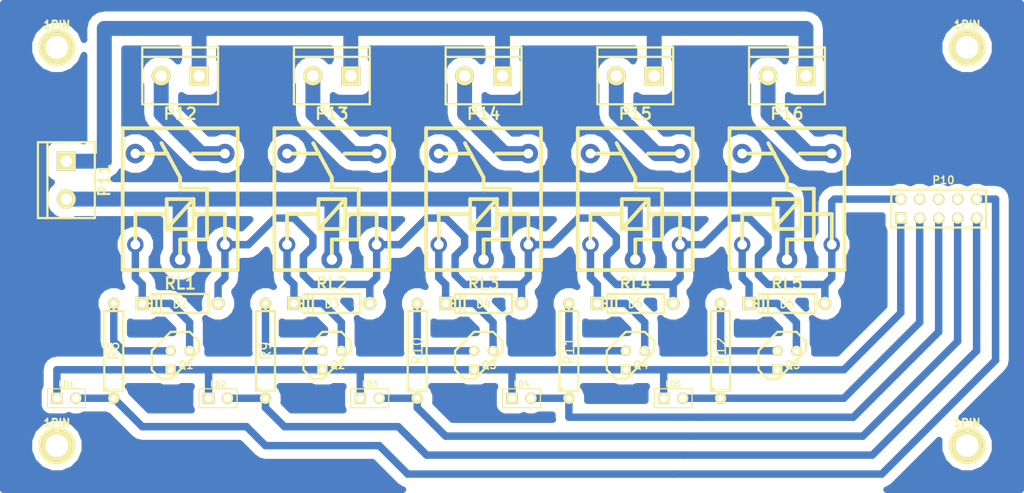
<source format=kicad_pcb>
(kicad_pcb (version 3) (host pcbnew "(2013-june-11)-stable")

  (general
    (links 0)
    (no_connects 0)
    (area 144.78 110.49 281.940001 176.530001)
    (thickness 1.6)
    (drawings 0)
    (tracks 195)
    (zones 0)
    (modules 36)
    (nets 1)
  )

  (page A3)
  (layers
    (15 F.Cu signal)
    (0 B.Cu signal)
    (16 B.Adhes user)
    (17 F.Adhes user)
    (18 B.Paste user)
    (19 F.Paste user)
    (20 B.SilkS user)
    (21 F.SilkS user)
    (22 B.Mask user)
    (23 F.Mask user)
    (24 Dwgs.User user)
    (25 Cmts.User user)
    (26 Eco1.User user)
    (27 Eco2.User user)
    (28 Edge.Cuts user)
  )

  (setup
    (last_trace_width 1)
    (trace_clearance 0.254)
    (zone_clearance 1.27)
    (zone_45_only no)
    (trace_min 0.254)
    (segment_width 0.2)
    (edge_width 0.15)
    (via_size 0.889)
    (via_drill 0.635)
    (via_min_size 0.889)
    (via_min_drill 0.508)
    (uvia_size 0.508)
    (uvia_drill 0.127)
    (uvias_allowed no)
    (uvia_min_size 0.508)
    (uvia_min_drill 0.127)
    (pcb_text_width 0.3)
    (pcb_text_size 1 1)
    (mod_edge_width 0.15)
    (mod_text_size 1 1)
    (mod_text_width 0.15)
    (pad_size 3.064 3.064)
    (pad_drill 1.048)
    (pad_to_mask_clearance 0)
    (aux_axis_origin 0 0)
    (visible_elements FFFFFFBF)
    (pcbplotparams
      (layerselection 3178497)
      (usegerberextensions true)
      (excludeedgelayer true)
      (linewidth 0.150000)
      (plotframeref false)
      (viasonmask false)
      (mode 1)
      (useauxorigin false)
      (hpglpennumber 1)
      (hpglpenspeed 20)
      (hpglpendiameter 15)
      (hpglpenoverlay 2)
      (psnegative false)
      (psa4output false)
      (plotreference true)
      (plotvalue true)
      (plotothertext true)
      (plotinvisibletext false)
      (padsonsilk false)
      (subtractmaskfromsilk false)
      (outputformat 1)
      (mirror false)
      (drillshape 1)
      (scaleselection 1)
      (outputdirectory ""))
  )

  (net 0 "")

  (net_class Default "To jest domyślna klasa połączeń."
    (clearance 0.254)
    (trace_width 1)
    (via_dia 0.889)
    (via_drill 0.635)
    (uvia_dia 0.508)
    (uvia_drill 0.127)
    (add_net "")
  )

  (module relay_hjr-3ff_z (layer F.Cu) (tedit 533484CA) (tstamp 52543877)
    (at 189.23 137.16 180)
    (descr "relay, Tianbo HJR-3FF series")
    (fp_text reference relay_HJR-3FF_Z (at 0 11.2 180) (layer F.SilkS) hide
      (effects (font (size 1.524 1.524) (thickness 0.3048)))
    )
    (fp_text value RL2 (at 0 -11.3 180) (layer F.SilkS)
      (effects (font (size 1.524 1.524) (thickness 0.3048)))
    )
    (fp_line (start -7.7 9.5) (end 7.7 9.5) (layer F.SilkS) (width 0.508))
    (fp_line (start -7.7 -9.5) (end -7.7 9.5) (layer F.SilkS) (width 0.508))
    (fp_line (start 7.7 -9.5) (end 7.7 9.5) (layer F.SilkS) (width 0.508))
    (fp_line (start -7.7 -9.5) (end 7.7 -9.5) (layer F.SilkS) (width 0.508))
    (fp_line (start -1.7 6.1) (end -6 6.1) (layer F.SilkS) (width 0.508))
    (fp_line (start 6 6.1) (end 1.7 6.1) (layer F.SilkS) (width 0.508))
    (fp_line (start 0 1.4) (end 0 2.9) (layer F.SilkS) (width 0.508))
    (fp_line (start 0 2.9) (end 2.5 7.5) (layer F.SilkS) (width 0.508))
    (fp_line (start -3.6 1.4) (end -3.6 -5.4) (layer F.SilkS) (width 0.508))
    (fp_line (start 0 1.4) (end -3.6 1.4) (layer F.SilkS) (width 0.508))
    (fp_line (start 0 -8.1) (end 0 -5.4) (layer F.SilkS) (width 0.508))
    (fp_line (start 0 -5.4) (end -3.6 -5.4) (layer F.SilkS) (width 0.508))
    (fp_line (start -6 -6.1) (end -6 -2) (layer F.SilkS) (width 0.508))
    (fp_line (start 6 -6.1) (end 6 -2) (layer F.SilkS) (width 0.508))
    (fp_line (start 6 -2) (end 1.8 -2) (layer F.SilkS) (width 0.508))
    (fp_line (start -1.8 -2) (end -6 -2) (layer F.SilkS) (width 0.508))
    (fp_line (start -1.8 0) (end 1.8 -4) (layer F.SilkS) (width 0.508))
    (fp_line (start -1.8 -4) (end 1.8 -4) (layer F.SilkS) (width 0.508))
    (fp_line (start 1.8 -4) (end 1.8 0) (layer F.SilkS) (width 0.508))
    (fp_line (start 1.8 0) (end -1.8 0) (layer F.SilkS) (width 0.508))
    (fp_line (start -1.8 0) (end -1.8 -4) (layer F.SilkS) (width 0.508))
    (pad 2 thru_hole circle (at -6 -6.1 180) (size 2.2 2.2) (drill 1.3)
      (layers *.Cu)
    )
    (pad 3 thru_hole circle (at -6 6.1 180) (size 2.6 2.6) (drill 1.3)
      (layers *.Cu)
    )
    (pad 4 thru_hole circle (at 6 6.1 180) (size 2.6 2.6) (drill 1.3)
      (layers *.Cu)
    )
    (pad 5 thru_hole circle (at 6 -6.1 180) (size 2.2 2.2) (drill 1.3)
      (layers *.Cu)
    )
    (pad 1 thru_hole circle (at 0 -8.1 180) (size 2.8 2.8) (drill 1.4)
      (layers *.Cu)
    )
    (model walter/relay/relay_HJR-3FF_Z.wrl
      (at (xyz 0 0 0))
      (scale (xyz 1 1 1))
      (rotate (xyz 0 0 0))
    )
  )

  (module relay_hjr-3ff_z (layer F.Cu) (tedit 533484C4) (tstamp 52543DBB)
    (at 168.91 137.16 180)
    (descr "relay, Tianbo HJR-3FF series")
    (fp_text reference relay_HJR-3FF_Z (at 0 11.2 180) (layer F.SilkS) hide
      (effects (font (size 1.524 1.524) (thickness 0.3048)))
    )
    (fp_text value RL1 (at 0 -11.3 180) (layer F.SilkS)
      (effects (font (size 1.524 1.524) (thickness 0.3048)))
    )
    (fp_line (start -7.7 9.5) (end 7.7 9.5) (layer F.SilkS) (width 0.508))
    (fp_line (start -7.7 -9.5) (end -7.7 9.5) (layer F.SilkS) (width 0.508))
    (fp_line (start 7.7 -9.5) (end 7.7 9.5) (layer F.SilkS) (width 0.508))
    (fp_line (start -7.7 -9.5) (end 7.7 -9.5) (layer F.SilkS) (width 0.508))
    (fp_line (start -1.7 6.1) (end -6 6.1) (layer F.SilkS) (width 0.508))
    (fp_line (start 6 6.1) (end 1.7 6.1) (layer F.SilkS) (width 0.508))
    (fp_line (start 0 1.4) (end 0 2.9) (layer F.SilkS) (width 0.508))
    (fp_line (start 0 2.9) (end 2.5 7.5) (layer F.SilkS) (width 0.508))
    (fp_line (start -3.6 1.4) (end -3.6 -5.4) (layer F.SilkS) (width 0.508))
    (fp_line (start 0 1.4) (end -3.6 1.4) (layer F.SilkS) (width 0.508))
    (fp_line (start 0 -8.1) (end 0 -5.4) (layer F.SilkS) (width 0.508))
    (fp_line (start 0 -5.4) (end -3.6 -5.4) (layer F.SilkS) (width 0.508))
    (fp_line (start -6 -6.1) (end -6 -2) (layer F.SilkS) (width 0.508))
    (fp_line (start 6 -6.1) (end 6 -2) (layer F.SilkS) (width 0.508))
    (fp_line (start 6 -2) (end 1.8 -2) (layer F.SilkS) (width 0.508))
    (fp_line (start -1.8 -2) (end -6 -2) (layer F.SilkS) (width 0.508))
    (fp_line (start -1.8 0) (end 1.8 -4) (layer F.SilkS) (width 0.508))
    (fp_line (start -1.8 -4) (end 1.8 -4) (layer F.SilkS) (width 0.508))
    (fp_line (start 1.8 -4) (end 1.8 0) (layer F.SilkS) (width 0.508))
    (fp_line (start 1.8 0) (end -1.8 0) (layer F.SilkS) (width 0.508))
    (fp_line (start -1.8 0) (end -1.8 -4) (layer F.SilkS) (width 0.508))
    (pad 2 thru_hole circle (at -6 -6.1 180) (size 2.2 2.2) (drill 1.3)
      (layers *.Cu)
    )
    (pad 3 thru_hole circle (at -6 6.1 180) (size 2.6 2.6) (drill 1.3)
      (layers *.Cu)
    )
    (pad 4 thru_hole circle (at 6 6.1 180) (size 2.6 2.6) (drill 1.3)
      (layers *.Cu)
    )
    (pad 5 thru_hole circle (at 6 -6.1 180) (size 2.2 2.2) (drill 1.3)
      (layers *.Cu)
    )
    (pad 1 thru_hole circle (at 0 -8.1 180) (size 2.8 2.8) (drill 1.4)
      (layers *.Cu)
    )
    (model walter/relay/relay_HJR-3FF_Z.wrl
      (at (xyz 0 0 0))
      (scale (xyz 1 1 1))
      (rotate (xyz 0 0 0))
    )
  )

  (module relay_hjr-3ff_z (layer F.Cu) (tedit 533484D3) (tstamp 52543DF6)
    (at 209.55 137.16 180)
    (descr "relay, Tianbo HJR-3FF series")
    (fp_text reference relay_HJR-3FF_Z (at 0 11.2 180) (layer F.SilkS) hide
      (effects (font (size 1.524 1.524) (thickness 0.3048)))
    )
    (fp_text value RL3 (at 0 -11.3 180) (layer F.SilkS)
      (effects (font (size 1.524 1.524) (thickness 0.3048)))
    )
    (fp_line (start -7.7 9.5) (end 7.7 9.5) (layer F.SilkS) (width 0.508))
    (fp_line (start -7.7 -9.5) (end -7.7 9.5) (layer F.SilkS) (width 0.508))
    (fp_line (start 7.7 -9.5) (end 7.7 9.5) (layer F.SilkS) (width 0.508))
    (fp_line (start -7.7 -9.5) (end 7.7 -9.5) (layer F.SilkS) (width 0.508))
    (fp_line (start -1.7 6.1) (end -6 6.1) (layer F.SilkS) (width 0.508))
    (fp_line (start 6 6.1) (end 1.7 6.1) (layer F.SilkS) (width 0.508))
    (fp_line (start 0 1.4) (end 0 2.9) (layer F.SilkS) (width 0.508))
    (fp_line (start 0 2.9) (end 2.5 7.5) (layer F.SilkS) (width 0.508))
    (fp_line (start -3.6 1.4) (end -3.6 -5.4) (layer F.SilkS) (width 0.508))
    (fp_line (start 0 1.4) (end -3.6 1.4) (layer F.SilkS) (width 0.508))
    (fp_line (start 0 -8.1) (end 0 -5.4) (layer F.SilkS) (width 0.508))
    (fp_line (start 0 -5.4) (end -3.6 -5.4) (layer F.SilkS) (width 0.508))
    (fp_line (start -6 -6.1) (end -6 -2) (layer F.SilkS) (width 0.508))
    (fp_line (start 6 -6.1) (end 6 -2) (layer F.SilkS) (width 0.508))
    (fp_line (start 6 -2) (end 1.8 -2) (layer F.SilkS) (width 0.508))
    (fp_line (start -1.8 -2) (end -6 -2) (layer F.SilkS) (width 0.508))
    (fp_line (start -1.8 0) (end 1.8 -4) (layer F.SilkS) (width 0.508))
    (fp_line (start -1.8 -4) (end 1.8 -4) (layer F.SilkS) (width 0.508))
    (fp_line (start 1.8 -4) (end 1.8 0) (layer F.SilkS) (width 0.508))
    (fp_line (start 1.8 0) (end -1.8 0) (layer F.SilkS) (width 0.508))
    (fp_line (start -1.8 0) (end -1.8 -4) (layer F.SilkS) (width 0.508))
    (pad 2 thru_hole circle (at -6 -6.1 180) (size 2.2 2.2) (drill 1.3)
      (layers *.Cu)
    )
    (pad 3 thru_hole circle (at -6 6.1 180) (size 2.6 2.6) (drill 1.3)
      (layers *.Cu)
    )
    (pad 4 thru_hole circle (at 6 6.1 180) (size 2.6 2.6) (drill 1.3)
      (layers *.Cu)
    )
    (pad 5 thru_hole circle (at 6 -6.1 180) (size 2.2 2.2) (drill 1.3)
      (layers *.Cu)
    )
    (pad 1 thru_hole circle (at 0 -8.1 180) (size 2.8 2.8) (drill 1.4)
      (layers *.Cu)
    )
    (model walter/relay/relay_HJR-3FF_Z.wrl
      (at (xyz 0 0 0))
      (scale (xyz 1 1 1))
      (rotate (xyz 0 0 0))
    )
  )

  (module relay_hjr-3ff_z (layer F.Cu) (tedit 533484D8) (tstamp 52543E31)
    (at 229.87 137.16 180)
    (descr "relay, Tianbo HJR-3FF series")
    (fp_text reference relay_HJR-3FF_Z (at 0 11.2 180) (layer F.SilkS) hide
      (effects (font (size 1.524 1.524) (thickness 0.3048)))
    )
    (fp_text value RL4 (at 0 -11.3 180) (layer F.SilkS)
      (effects (font (size 1.524 1.524) (thickness 0.3048)))
    )
    (fp_line (start -7.7 9.5) (end 7.7 9.5) (layer F.SilkS) (width 0.508))
    (fp_line (start -7.7 -9.5) (end -7.7 9.5) (layer F.SilkS) (width 0.508))
    (fp_line (start 7.7 -9.5) (end 7.7 9.5) (layer F.SilkS) (width 0.508))
    (fp_line (start -7.7 -9.5) (end 7.7 -9.5) (layer F.SilkS) (width 0.508))
    (fp_line (start -1.7 6.1) (end -6 6.1) (layer F.SilkS) (width 0.508))
    (fp_line (start 6 6.1) (end 1.7 6.1) (layer F.SilkS) (width 0.508))
    (fp_line (start 0 1.4) (end 0 2.9) (layer F.SilkS) (width 0.508))
    (fp_line (start 0 2.9) (end 2.5 7.5) (layer F.SilkS) (width 0.508))
    (fp_line (start -3.6 1.4) (end -3.6 -5.4) (layer F.SilkS) (width 0.508))
    (fp_line (start 0 1.4) (end -3.6 1.4) (layer F.SilkS) (width 0.508))
    (fp_line (start 0 -8.1) (end 0 -5.4) (layer F.SilkS) (width 0.508))
    (fp_line (start 0 -5.4) (end -3.6 -5.4) (layer F.SilkS) (width 0.508))
    (fp_line (start -6 -6.1) (end -6 -2) (layer F.SilkS) (width 0.508))
    (fp_line (start 6 -6.1) (end 6 -2) (layer F.SilkS) (width 0.508))
    (fp_line (start 6 -2) (end 1.8 -2) (layer F.SilkS) (width 0.508))
    (fp_line (start -1.8 -2) (end -6 -2) (layer F.SilkS) (width 0.508))
    (fp_line (start -1.8 0) (end 1.8 -4) (layer F.SilkS) (width 0.508))
    (fp_line (start -1.8 -4) (end 1.8 -4) (layer F.SilkS) (width 0.508))
    (fp_line (start 1.8 -4) (end 1.8 0) (layer F.SilkS) (width 0.508))
    (fp_line (start 1.8 0) (end -1.8 0) (layer F.SilkS) (width 0.508))
    (fp_line (start -1.8 0) (end -1.8 -4) (layer F.SilkS) (width 0.508))
    (pad 2 thru_hole circle (at -6 -6.1 180) (size 2.2 2.2) (drill 1.3)
      (layers *.Cu)
    )
    (pad 3 thru_hole circle (at -6 6.1 180) (size 2.6 2.6) (drill 1.3)
      (layers *.Cu)
    )
    (pad 4 thru_hole circle (at 6 6.1 180) (size 2.6 2.6) (drill 1.3)
      (layers *.Cu)
    )
    (pad 5 thru_hole circle (at 6 -6.1 180) (size 2.2 2.2) (drill 1.3)
      (layers *.Cu)
    )
    (pad 1 thru_hole circle (at 0 -8.1 180) (size 2.8 2.8) (drill 1.4)
      (layers *.Cu)
    )
    (model walter/relay/relay_HJR-3FF_Z.wrl
      (at (xyz 0 0 0))
      (scale (xyz 1 1 1))
      (rotate (xyz 0 0 0))
    )
  )

  (module relay_hjr-3ff_z (layer F.Cu) (tedit 533484DF) (tstamp 52543E6C)
    (at 250.19 137.16 180)
    (descr "relay, Tianbo HJR-3FF series")
    (fp_text reference relay_HJR-3FF_Z (at 0 11.2 180) (layer F.SilkS) hide
      (effects (font (size 1.524 1.524) (thickness 0.3048)))
    )
    (fp_text value RL5 (at 0 -11.3 180) (layer F.SilkS)
      (effects (font (size 1.524 1.524) (thickness 0.3048)))
    )
    (fp_line (start -7.7 9.5) (end 7.7 9.5) (layer F.SilkS) (width 0.508))
    (fp_line (start -7.7 -9.5) (end -7.7 9.5) (layer F.SilkS) (width 0.508))
    (fp_line (start 7.7 -9.5) (end 7.7 9.5) (layer F.SilkS) (width 0.508))
    (fp_line (start -7.7 -9.5) (end 7.7 -9.5) (layer F.SilkS) (width 0.508))
    (fp_line (start -1.7 6.1) (end -6 6.1) (layer F.SilkS) (width 0.508))
    (fp_line (start 6 6.1) (end 1.7 6.1) (layer F.SilkS) (width 0.508))
    (fp_line (start 0 1.4) (end 0 2.9) (layer F.SilkS) (width 0.508))
    (fp_line (start 0 2.9) (end 2.5 7.5) (layer F.SilkS) (width 0.508))
    (fp_line (start -3.6 1.4) (end -3.6 -5.4) (layer F.SilkS) (width 0.508))
    (fp_line (start 0 1.4) (end -3.6 1.4) (layer F.SilkS) (width 0.508))
    (fp_line (start 0 -8.1) (end 0 -5.4) (layer F.SilkS) (width 0.508))
    (fp_line (start 0 -5.4) (end -3.6 -5.4) (layer F.SilkS) (width 0.508))
    (fp_line (start -6 -6.1) (end -6 -2) (layer F.SilkS) (width 0.508))
    (fp_line (start 6 -6.1) (end 6 -2) (layer F.SilkS) (width 0.508))
    (fp_line (start 6 -2) (end 1.8 -2) (layer F.SilkS) (width 0.508))
    (fp_line (start -1.8 -2) (end -6 -2) (layer F.SilkS) (width 0.508))
    (fp_line (start -1.8 0) (end 1.8 -4) (layer F.SilkS) (width 0.508))
    (fp_line (start -1.8 -4) (end 1.8 -4) (layer F.SilkS) (width 0.508))
    (fp_line (start 1.8 -4) (end 1.8 0) (layer F.SilkS) (width 0.508))
    (fp_line (start 1.8 0) (end -1.8 0) (layer F.SilkS) (width 0.508))
    (fp_line (start -1.8 0) (end -1.8 -4) (layer F.SilkS) (width 0.508))
    (pad 2 thru_hole circle (at -6 -6.1 180) (size 2.2 2.2) (drill 1.3)
      (layers *.Cu)
    )
    (pad 3 thru_hole circle (at -6 6.1 180) (size 2.6 2.6) (drill 1.3)
      (layers *.Cu)
    )
    (pad 4 thru_hole circle (at 6 6.1 180) (size 2.6 2.6) (drill 1.3)
      (layers *.Cu)
    )
    (pad 5 thru_hole circle (at 6 -6.1 180) (size 2.2 2.2) (drill 1.3)
      (layers *.Cu)
    )
    (pad 1 thru_hole circle (at 0 -8.1 180) (size 2.8 2.8) (drill 1.4)
      (layers *.Cu)
    )
    (model walter/relay/relay_HJR-3FF_Z.wrl
      (at (xyz 0 0 0))
      (scale (xyz 1 1 1))
      (rotate (xyz 0 0 0))
    )
  )

  (module bornier2 (layer F.Cu) (tedit 53348523) (tstamp 5254774F)
    (at 168.91 120.65 180)
    (descr "Bornier d'alimentation 2 pins")
    (tags DEV)
    (fp_text reference P12 (at 0 -5.08 180) (layer F.SilkS)
      (effects (font (size 1.524 1.524) (thickness 0.3048)))
    )
    (fp_text value BORN2 (at 0 5.08 180) (layer F.SilkS) hide
      (effects (font (size 1.524 1.524) (thickness 0.3048)))
    )
    (fp_line (start 5.08 2.54) (end -5.08 2.54) (layer F.SilkS) (width 0.3048))
    (fp_line (start 5.08 3.81) (end 5.08 -3.81) (layer F.SilkS) (width 0.3048))
    (fp_line (start 5.08 -3.81) (end -5.08 -3.81) (layer F.SilkS) (width 0.3048))
    (fp_line (start -5.08 -3.81) (end -5.08 3.81) (layer F.SilkS) (width 0.3048))
    (fp_line (start -5.08 3.81) (end 5.08 3.81) (layer F.SilkS) (width 0.3048))
    (pad 1 thru_hole rect (at -2.54 0 180) (size 2.54 2.54) (drill 1.524)
      (layers *.Cu *.Mask F.SilkS)
    )
    (pad 2 thru_hole circle (at 2.54 0 180) (size 2.54 2.54) (drill 1.524)
      (layers *.Cu *.Mask F.SilkS)
    )
    (model device/bornier_2.wrl
      (at (xyz 0 0 0))
      (scale (xyz 1 1 1))
      (rotate (xyz 0 0 0))
    )
  )

  (module bornier2 (layer F.Cu) (tedit 53348529) (tstamp 52547764)
    (at 189.23 120.65 180)
    (descr "Bornier d'alimentation 2 pins")
    (tags DEV)
    (fp_text reference P13 (at 0 -5.08 180) (layer F.SilkS)
      (effects (font (size 1.524 1.524) (thickness 0.3048)))
    )
    (fp_text value BORN2 (at 0 5.08 180) (layer F.SilkS) hide
      (effects (font (size 1.524 1.524) (thickness 0.3048)))
    )
    (fp_line (start 5.08 2.54) (end -5.08 2.54) (layer F.SilkS) (width 0.3048))
    (fp_line (start 5.08 3.81) (end 5.08 -3.81) (layer F.SilkS) (width 0.3048))
    (fp_line (start 5.08 -3.81) (end -5.08 -3.81) (layer F.SilkS) (width 0.3048))
    (fp_line (start -5.08 -3.81) (end -5.08 3.81) (layer F.SilkS) (width 0.3048))
    (fp_line (start -5.08 3.81) (end 5.08 3.81) (layer F.SilkS) (width 0.3048))
    (pad 1 thru_hole rect (at -2.54 0 180) (size 2.54 2.54) (drill 1.524)
      (layers *.Cu *.Mask F.SilkS)
    )
    (pad 2 thru_hole circle (at 2.54 0 180) (size 2.54 2.54) (drill 1.524)
      (layers *.Cu *.Mask F.SilkS)
    )
    (model device/bornier_2.wrl
      (at (xyz 0 0 0))
      (scale (xyz 1 1 1))
      (rotate (xyz 0 0 0))
    )
  )

  (module bornier2 (layer F.Cu) (tedit 5334852F) (tstamp 5254777D)
    (at 209.55 120.65 180)
    (descr "Bornier d'alimentation 2 pins")
    (tags DEV)
    (fp_text reference P14 (at 0 -5.08 180) (layer F.SilkS)
      (effects (font (size 1.524 1.524) (thickness 0.3048)))
    )
    (fp_text value BORN2 (at 0 5.08 180) (layer F.SilkS) hide
      (effects (font (size 1.524 1.524) (thickness 0.3048)))
    )
    (fp_line (start 5.08 2.54) (end -5.08 2.54) (layer F.SilkS) (width 0.3048))
    (fp_line (start 5.08 3.81) (end 5.08 -3.81) (layer F.SilkS) (width 0.3048))
    (fp_line (start 5.08 -3.81) (end -5.08 -3.81) (layer F.SilkS) (width 0.3048))
    (fp_line (start -5.08 -3.81) (end -5.08 3.81) (layer F.SilkS) (width 0.3048))
    (fp_line (start -5.08 3.81) (end 5.08 3.81) (layer F.SilkS) (width 0.3048))
    (pad 1 thru_hole rect (at -2.54 0 180) (size 2.54 2.54) (drill 1.524)
      (layers *.Cu *.Mask F.SilkS)
    )
    (pad 2 thru_hole circle (at 2.54 0 180) (size 2.54 2.54) (drill 1.524)
      (layers *.Cu *.Mask F.SilkS)
    )
    (model device/bornier_2.wrl
      (at (xyz 0 0 0))
      (scale (xyz 1 1 1))
      (rotate (xyz 0 0 0))
    )
  )

  (module bornier2 (layer F.Cu) (tedit 53348536) (tstamp 52547792)
    (at 229.87 120.65 180)
    (descr "Bornier d'alimentation 2 pins")
    (tags DEV)
    (fp_text reference P15 (at 0 -5.08 180) (layer F.SilkS)
      (effects (font (size 1.524 1.524) (thickness 0.3048)))
    )
    (fp_text value BORN2 (at 0 5.08 180) (layer F.SilkS) hide
      (effects (font (size 1.524 1.524) (thickness 0.3048)))
    )
    (fp_line (start 5.08 2.54) (end -5.08 2.54) (layer F.SilkS) (width 0.3048))
    (fp_line (start 5.08 3.81) (end 5.08 -3.81) (layer F.SilkS) (width 0.3048))
    (fp_line (start 5.08 -3.81) (end -5.08 -3.81) (layer F.SilkS) (width 0.3048))
    (fp_line (start -5.08 -3.81) (end -5.08 3.81) (layer F.SilkS) (width 0.3048))
    (fp_line (start -5.08 3.81) (end 5.08 3.81) (layer F.SilkS) (width 0.3048))
    (pad 1 thru_hole rect (at -2.54 0 180) (size 2.54 2.54) (drill 1.524)
      (layers *.Cu *.Mask F.SilkS)
    )
    (pad 2 thru_hole circle (at 2.54 0 180) (size 2.54 2.54) (drill 1.524)
      (layers *.Cu *.Mask F.SilkS)
    )
    (model device/bornier_2.wrl
      (at (xyz 0 0 0))
      (scale (xyz 1 1 1))
      (rotate (xyz 0 0 0))
    )
  )

  (module bornier2 (layer F.Cu) (tedit 5334853C) (tstamp 525477A9)
    (at 250.19 120.65 180)
    (descr "Bornier d'alimentation 2 pins")
    (tags DEV)
    (fp_text reference P16 (at 0 -5.08 180) (layer F.SilkS)
      (effects (font (size 1.524 1.524) (thickness 0.3048)))
    )
    (fp_text value BORN2 (at 0 5.08 180) (layer F.SilkS) hide
      (effects (font (size 1.524 1.524) (thickness 0.3048)))
    )
    (fp_line (start 5.08 2.54) (end -5.08 2.54) (layer F.SilkS) (width 0.3048))
    (fp_line (start 5.08 3.81) (end 5.08 -3.81) (layer F.SilkS) (width 0.3048))
    (fp_line (start 5.08 -3.81) (end -5.08 -3.81) (layer F.SilkS) (width 0.3048))
    (fp_line (start -5.08 -3.81) (end -5.08 3.81) (layer F.SilkS) (width 0.3048))
    (fp_line (start -5.08 3.81) (end 5.08 3.81) (layer F.SilkS) (width 0.3048))
    (pad 1 thru_hole rect (at -2.54 0 180) (size 2.54 2.54) (drill 1.524)
      (layers *.Cu *.Mask F.SilkS)
    )
    (pad 2 thru_hole circle (at 2.54 0 180) (size 2.54 2.54) (drill 1.524)
      (layers *.Cu *.Mask F.SilkS)
    )
    (model device/bornier_2.wrl
      (at (xyz 0 0 0))
      (scale (xyz 1 1 1))
      (rotate (xyz 0 0 0))
    )
  )

  (module bornier2 (layer F.Cu) (tedit 533484FF) (tstamp 525477BE)
    (at 153.67 134.62 270)
    (descr "Bornier d'alimentation 2 pins")
    (tags DEV)
    (fp_text reference P11 (at 0 -5.08 270) (layer F.SilkS)
      (effects (font (size 1.524 1.524) (thickness 0.3048)))
    )
    (fp_text value ~230V (at 0 5.08 270) (layer F.SilkS) hide
      (effects (font (size 1.524 1.524) (thickness 0.3048)))
    )
    (fp_line (start 5.08 2.54) (end -5.08 2.54) (layer F.SilkS) (width 0.3048))
    (fp_line (start 5.08 3.81) (end 5.08 -3.81) (layer F.SilkS) (width 0.3048))
    (fp_line (start 5.08 -3.81) (end -5.08 -3.81) (layer F.SilkS) (width 0.3048))
    (fp_line (start -5.08 -3.81) (end -5.08 3.81) (layer F.SilkS) (width 0.3048))
    (fp_line (start -5.08 3.81) (end 5.08 3.81) (layer F.SilkS) (width 0.3048))
    (pad 1 thru_hole rect (at -2.54 0 270) (size 2.54 2.54) (drill 1.524)
      (layers *.Cu *.Mask F.SilkS)
    )
    (pad 2 thru_hole circle (at 2.54 0 270) (size 2.54 2.54) (drill 1.524)
      (layers *.Cu *.Mask F.SilkS)
    )
    (model device/bornier_2.wrl
      (at (xyz 0 0 0))
      (scale (xyz 1 1 1))
      (rotate (xyz 0 0 0))
    )
  )

  (module D4 (layer F.Cu) (tedit 5334849D) (tstamp 52548E45)
    (at 168.91 151.13 180)
    (descr "Diode 4 pas")
    (tags "DIODE DEV")
    (fp_text reference D2 (at 0 0 180) (layer F.SilkS)
      (effects (font (size 1.27 1.016) (thickness 0.2032)))
    )
    (fp_text value D*** (at 0 0 180) (layer F.SilkS) hide
      (effects (font (size 1.27 1.016) (thickness 0.2032)))
    )
    (fp_line (start -3.81 -1.27) (end 3.81 -1.27) (layer F.SilkS) (width 0.3048))
    (fp_line (start 3.81 -1.27) (end 3.81 1.27) (layer F.SilkS) (width 0.3048))
    (fp_line (start 3.81 1.27) (end -3.81 1.27) (layer F.SilkS) (width 0.3048))
    (fp_line (start -3.81 1.27) (end -3.81 -1.27) (layer F.SilkS) (width 0.3048))
    (fp_line (start 3.175 -1.27) (end 3.175 1.27) (layer F.SilkS) (width 0.3048))
    (fp_line (start 2.54 1.27) (end 2.54 -1.27) (layer F.SilkS) (width 0.3048))
    (fp_line (start -3.81 0) (end -5.08 0) (layer F.SilkS) (width 0.3048))
    (fp_line (start 3.81 0) (end 5.08 0) (layer F.SilkS) (width 0.3048))
    (pad 1 thru_hole circle (at -5.08 0 180) (size 1.778 1.778) (drill 1.016)
      (layers *.Cu *.Mask F.SilkS)
    )
    (pad 2 thru_hole rect (at 5.08 0 180) (size 1.778 1.778) (drill 1.016)
      (layers *.Cu *.Mask F.SilkS)
    )
    (model discret/diode.wrl
      (at (xyz 0 0 0))
      (scale (xyz 0.4 0.4 0.4))
      (rotate (xyz 0 0 0))
    )
  )

  (module D4 (layer F.Cu) (tedit 533484A3) (tstamp 52548E60)
    (at 189.23 151.13 180)
    (descr "Diode 4 pas")
    (tags "DIODE DEV")
    (fp_text reference D3 (at 0 0 180) (layer F.SilkS)
      (effects (font (size 1.27 1.016) (thickness 0.2032)))
    )
    (fp_text value D*** (at 0 0 180) (layer F.SilkS) hide
      (effects (font (size 1.27 1.016) (thickness 0.2032)))
    )
    (fp_line (start -3.81 -1.27) (end 3.81 -1.27) (layer F.SilkS) (width 0.3048))
    (fp_line (start 3.81 -1.27) (end 3.81 1.27) (layer F.SilkS) (width 0.3048))
    (fp_line (start 3.81 1.27) (end -3.81 1.27) (layer F.SilkS) (width 0.3048))
    (fp_line (start -3.81 1.27) (end -3.81 -1.27) (layer F.SilkS) (width 0.3048))
    (fp_line (start 3.175 -1.27) (end 3.175 1.27) (layer F.SilkS) (width 0.3048))
    (fp_line (start 2.54 1.27) (end 2.54 -1.27) (layer F.SilkS) (width 0.3048))
    (fp_line (start -3.81 0) (end -5.08 0) (layer F.SilkS) (width 0.3048))
    (fp_line (start 3.81 0) (end 5.08 0) (layer F.SilkS) (width 0.3048))
    (pad 1 thru_hole circle (at -5.08 0 180) (size 1.778 1.778) (drill 1.016)
      (layers *.Cu *.Mask F.SilkS)
    )
    (pad 2 thru_hole rect (at 5.08 0 180) (size 1.778 1.778) (drill 1.016)
      (layers *.Cu *.Mask F.SilkS)
    )
    (model discret/diode.wrl
      (at (xyz 0 0 0))
      (scale (xyz 0.4 0.4 0.4))
      (rotate (xyz 0 0 0))
    )
  )

  (module D4 (layer F.Cu) (tedit 200000) (tstamp 52548E7B)
    (at 209.55 151.13 180)
    (descr "Diode 4 pas")
    (tags "DIODE DEV")
    (fp_text reference D4 (at 0 0 180) (layer F.SilkS)
      (effects (font (size 1.27 1.016) (thickness 0.2032)))
    )
    (fp_text value D*** (at 0 0 180) (layer F.SilkS) hide
      (effects (font (size 1.27 1.016) (thickness 0.2032)))
    )
    (fp_line (start -3.81 -1.27) (end 3.81 -1.27) (layer F.SilkS) (width 0.3048))
    (fp_line (start 3.81 -1.27) (end 3.81 1.27) (layer F.SilkS) (width 0.3048))
    (fp_line (start 3.81 1.27) (end -3.81 1.27) (layer F.SilkS) (width 0.3048))
    (fp_line (start -3.81 1.27) (end -3.81 -1.27) (layer F.SilkS) (width 0.3048))
    (fp_line (start 3.175 -1.27) (end 3.175 1.27) (layer F.SilkS) (width 0.3048))
    (fp_line (start 2.54 1.27) (end 2.54 -1.27) (layer F.SilkS) (width 0.3048))
    (fp_line (start -3.81 0) (end -5.08 0) (layer F.SilkS) (width 0.3048))
    (fp_line (start 3.81 0) (end 5.08 0) (layer F.SilkS) (width 0.3048))
    (pad 1 thru_hole circle (at -5.08 0 180) (size 1.778 1.778) (drill 1.016)
      (layers *.Cu *.Mask F.SilkS)
    )
    (pad 2 thru_hole rect (at 5.08 0 180) (size 1.778 1.778) (drill 1.016)
      (layers *.Cu *.Mask F.SilkS)
    )
    (model discret/diode.wrl
      (at (xyz 0 0 0))
      (scale (xyz 0.4 0.4 0.4))
      (rotate (xyz 0 0 0))
    )
  )

  (module D4 (layer F.Cu) (tedit 533484AE) (tstamp 52548E96)
    (at 229.87 151.13 180)
    (descr "Diode 4 pas")
    (tags "DIODE DEV")
    (fp_text reference D5 (at 0 0 180) (layer F.SilkS)
      (effects (font (size 1.27 1.016) (thickness 0.2032)))
    )
    (fp_text value D*** (at 0 0 180) (layer F.SilkS) hide
      (effects (font (size 1.27 1.016) (thickness 0.2032)))
    )
    (fp_line (start -3.81 -1.27) (end 3.81 -1.27) (layer F.SilkS) (width 0.3048))
    (fp_line (start 3.81 -1.27) (end 3.81 1.27) (layer F.SilkS) (width 0.3048))
    (fp_line (start 3.81 1.27) (end -3.81 1.27) (layer F.SilkS) (width 0.3048))
    (fp_line (start -3.81 1.27) (end -3.81 -1.27) (layer F.SilkS) (width 0.3048))
    (fp_line (start 3.175 -1.27) (end 3.175 1.27) (layer F.SilkS) (width 0.3048))
    (fp_line (start 2.54 1.27) (end 2.54 -1.27) (layer F.SilkS) (width 0.3048))
    (fp_line (start -3.81 0) (end -5.08 0) (layer F.SilkS) (width 0.3048))
    (fp_line (start 3.81 0) (end 5.08 0) (layer F.SilkS) (width 0.3048))
    (pad 1 thru_hole circle (at -5.08 0 180) (size 1.778 1.778) (drill 1.016)
      (layers *.Cu *.Mask F.SilkS)
    )
    (pad 2 thru_hole rect (at 5.08 0 180) (size 1.778 1.778) (drill 1.016)
      (layers *.Cu *.Mask F.SilkS)
    )
    (model discret/diode.wrl
      (at (xyz 0 0 0))
      (scale (xyz 0.4 0.4 0.4))
      (rotate (xyz 0 0 0))
    )
  )

  (module D4 (layer F.Cu) (tedit 533484B6) (tstamp 52548EC4)
    (at 250.19 151.13 180)
    (descr "Diode 4 pas")
    (tags "DIODE DEV")
    (fp_text reference D6 (at 0 0 180) (layer F.SilkS)
      (effects (font (size 1.27 1.016) (thickness 0.2032)))
    )
    (fp_text value D*** (at 0 0 180) (layer F.SilkS) hide
      (effects (font (size 1.27 1.016) (thickness 0.2032)))
    )
    (fp_line (start -3.81 -1.27) (end 3.81 -1.27) (layer F.SilkS) (width 0.3048))
    (fp_line (start 3.81 -1.27) (end 3.81 1.27) (layer F.SilkS) (width 0.3048))
    (fp_line (start 3.81 1.27) (end -3.81 1.27) (layer F.SilkS) (width 0.3048))
    (fp_line (start -3.81 1.27) (end -3.81 -1.27) (layer F.SilkS) (width 0.3048))
    (fp_line (start 3.175 -1.27) (end 3.175 1.27) (layer F.SilkS) (width 0.3048))
    (fp_line (start 2.54 1.27) (end 2.54 -1.27) (layer F.SilkS) (width 0.3048))
    (fp_line (start -3.81 0) (end -5.08 0) (layer F.SilkS) (width 0.3048))
    (fp_line (start 3.81 0) (end 5.08 0) (layer F.SilkS) (width 0.3048))
    (pad 1 thru_hole circle (at -5.08 0 180) (size 1.778 1.778) (drill 1.016)
      (layers *.Cu *.Mask F.SilkS)
    )
    (pad 2 thru_hole rect (at 5.08 0 180) (size 1.778 1.778) (drill 1.016)
      (layers *.Cu *.Mask F.SilkS)
    )
    (model discret/diode.wrl
      (at (xyz 0 0 0))
      (scale (xyz 0.4 0.4 0.4))
      (rotate (xyz 0 0 0))
    )
  )

  (module TO92-CBE (layer F.Cu) (tedit 53348449) (tstamp 53348455)
    (at 168.91 158.75)
    (descr "Transistor TO92 brochage type BC237")
    (tags "TR TO92")
    (fp_text reference Q1 (at 0.762 0.635) (layer F.SilkS)
      (effects (font (size 1.016 1.016) (thickness 0.2032)))
    )
    (fp_text value VAL** (at 0.254 -3.048) (layer F.SilkS) hide
      (effects (font (size 1.016 1.016) (thickness 0.2032)))
    )
    (fp_line (start -1.27 2.54) (end 2.54 -1.27) (layer F.SilkS) (width 0.3048))
    (fp_line (start 2.54 -1.27) (end 2.54 -2.54) (layer F.SilkS) (width 0.3048))
    (fp_line (start 2.54 -2.54) (end 1.27 -3.81) (layer F.SilkS) (width 0.3048))
    (fp_line (start 1.27 -3.81) (end -1.27 -3.81) (layer F.SilkS) (width 0.3048))
    (fp_line (start -1.27 -3.81) (end -3.81 -1.27) (layer F.SilkS) (width 0.3048))
    (fp_line (start -3.81 -1.27) (end -3.81 1.27) (layer F.SilkS) (width 0.3048))
    (fp_line (start -3.81 1.27) (end -2.54 2.54) (layer F.SilkS) (width 0.3048))
    (fp_line (start -2.54 2.54) (end -1.27 2.54) (layer F.SilkS) (width 0.3048))
    (pad E thru_hole rect (at -1.27 1.27) (size 1.397 1.397) (drill 0.8128)
      (layers *.Cu *.Mask F.SilkS)
    )
    (pad B thru_hole circle (at -1.27 -1.27) (size 1.397 1.397) (drill 0.8128)
      (layers *.Cu *.Mask F.SilkS)
    )
    (pad C thru_hole circle (at 1.27 -1.27) (size 1.397 1.397) (drill 0.8128)
      (layers *.Cu *.Mask F.SilkS)
    )
    (model discret/to98.wrl
      (at (xyz 0 0 0))
      (scale (xyz 1 1 1))
      (rotate (xyz 0 0 0))
    )
  )

  (module TO92-CBE (layer F.Cu) (tedit 53348457) (tstamp 5254C07B)
    (at 189.23 158.75)
    (descr "Transistor TO92 brochage type BC237")
    (tags "TR TO92")
    (fp_text reference Q2 (at 0.762 0.635) (layer F.SilkS)
      (effects (font (size 1.016 1.016) (thickness 0.2032)))
    )
    (fp_text value VAL** (at 0.254 -3.048) (layer F.SilkS) hide
      (effects (font (size 1.016 1.016) (thickness 0.2032)))
    )
    (fp_line (start -1.27 2.54) (end 2.54 -1.27) (layer F.SilkS) (width 0.3048))
    (fp_line (start 2.54 -1.27) (end 2.54 -2.54) (layer F.SilkS) (width 0.3048))
    (fp_line (start 2.54 -2.54) (end 1.27 -3.81) (layer F.SilkS) (width 0.3048))
    (fp_line (start 1.27 -3.81) (end -1.27 -3.81) (layer F.SilkS) (width 0.3048))
    (fp_line (start -1.27 -3.81) (end -3.81 -1.27) (layer F.SilkS) (width 0.3048))
    (fp_line (start -3.81 -1.27) (end -3.81 1.27) (layer F.SilkS) (width 0.3048))
    (fp_line (start -3.81 1.27) (end -2.54 2.54) (layer F.SilkS) (width 0.3048))
    (fp_line (start -2.54 2.54) (end -1.27 2.54) (layer F.SilkS) (width 0.3048))
    (pad E thru_hole rect (at -1.27 1.27) (size 1.397 1.397) (drill 0.8128)
      (layers *.Cu *.Mask F.SilkS)
    )
    (pad B thru_hole circle (at -1.27 -1.27) (size 1.397 1.397) (drill 0.8128)
      (layers *.Cu *.Mask F.SilkS)
    )
    (pad C thru_hole circle (at 1.27 -1.27) (size 1.397 1.397) (drill 0.8128)
      (layers *.Cu *.Mask F.SilkS)
    )
    (model discret/to98.wrl
      (at (xyz 0 0 0))
      (scale (xyz 1 1 1))
      (rotate (xyz 0 0 0))
    )
  )

  (module TO92-CBE (layer F.Cu) (tedit 53348469) (tstamp 5254C098)
    (at 209.55 158.75)
    (descr "Transistor TO92 brochage type BC237")
    (tags "TR TO92")
    (fp_text reference Q3 (at 0.762 0.635) (layer F.SilkS)
      (effects (font (size 1.016 1.016) (thickness 0.2032)))
    )
    (fp_text value VAL** (at 0.254 -3.048) (layer F.SilkS) hide
      (effects (font (size 1.016 1.016) (thickness 0.2032)))
    )
    (fp_line (start -1.27 2.54) (end 2.54 -1.27) (layer F.SilkS) (width 0.3048))
    (fp_line (start 2.54 -1.27) (end 2.54 -2.54) (layer F.SilkS) (width 0.3048))
    (fp_line (start 2.54 -2.54) (end 1.27 -3.81) (layer F.SilkS) (width 0.3048))
    (fp_line (start 1.27 -3.81) (end -1.27 -3.81) (layer F.SilkS) (width 0.3048))
    (fp_line (start -1.27 -3.81) (end -3.81 -1.27) (layer F.SilkS) (width 0.3048))
    (fp_line (start -3.81 -1.27) (end -3.81 1.27) (layer F.SilkS) (width 0.3048))
    (fp_line (start -3.81 1.27) (end -2.54 2.54) (layer F.SilkS) (width 0.3048))
    (fp_line (start -2.54 2.54) (end -1.27 2.54) (layer F.SilkS) (width 0.3048))
    (pad E thru_hole rect (at -1.27 1.27) (size 1.397 1.397) (drill 0.8128)
      (layers *.Cu *.Mask F.SilkS)
    )
    (pad B thru_hole circle (at -1.27 -1.27) (size 1.397 1.397) (drill 0.8128)
      (layers *.Cu *.Mask F.SilkS)
    )
    (pad C thru_hole circle (at 1.27 -1.27) (size 1.397 1.397) (drill 0.8128)
      (layers *.Cu *.Mask F.SilkS)
    )
    (model discret/to98.wrl
      (at (xyz 0 0 0))
      (scale (xyz 1 1 1))
      (rotate (xyz 0 0 0))
    )
  )

  (module TO92-CBE (layer F.Cu) (tedit 53348477) (tstamp 5254C0C9)
    (at 229.87 158.75)
    (descr "Transistor TO92 brochage type BC237")
    (tags "TR TO92")
    (fp_text reference Q4 (at 0.762 0.635) (layer F.SilkS)
      (effects (font (size 1.016 1.016) (thickness 0.2032)))
    )
    (fp_text value VAL** (at 0.254 -3.048) (layer F.SilkS) hide
      (effects (font (size 1.016 1.016) (thickness 0.2032)))
    )
    (fp_line (start -1.27 2.54) (end 2.54 -1.27) (layer F.SilkS) (width 0.3048))
    (fp_line (start 2.54 -1.27) (end 2.54 -2.54) (layer F.SilkS) (width 0.3048))
    (fp_line (start 2.54 -2.54) (end 1.27 -3.81) (layer F.SilkS) (width 0.3048))
    (fp_line (start 1.27 -3.81) (end -1.27 -3.81) (layer F.SilkS) (width 0.3048))
    (fp_line (start -1.27 -3.81) (end -3.81 -1.27) (layer F.SilkS) (width 0.3048))
    (fp_line (start -3.81 -1.27) (end -3.81 1.27) (layer F.SilkS) (width 0.3048))
    (fp_line (start -3.81 1.27) (end -2.54 2.54) (layer F.SilkS) (width 0.3048))
    (fp_line (start -2.54 2.54) (end -1.27 2.54) (layer F.SilkS) (width 0.3048))
    (pad E thru_hole rect (at -1.27 1.27) (size 1.397 1.397) (drill 0.8128)
      (layers *.Cu *.Mask F.SilkS)
    )
    (pad B thru_hole circle (at -1.27 -1.27) (size 1.397 1.397) (drill 0.8128)
      (layers *.Cu *.Mask F.SilkS)
    )
    (pad C thru_hole circle (at 1.27 -1.27) (size 1.397 1.397) (drill 0.8128)
      (layers *.Cu *.Mask F.SilkS)
    )
    (model discret/to98.wrl
      (at (xyz 0 0 0))
      (scale (xyz 1 1 1))
      (rotate (xyz 0 0 0))
    )
  )

  (module TO92-CBE (layer F.Cu) (tedit 53348483) (tstamp 5254C0E6)
    (at 250.19 158.75)
    (descr "Transistor TO92 brochage type BC237")
    (tags "TR TO92")
    (fp_text reference Q5 (at 0.762 0.635) (layer F.SilkS)
      (effects (font (size 1.016 1.016) (thickness 0.2032)))
    )
    (fp_text value VAL** (at 0.254 -3.048) (layer F.SilkS) hide
      (effects (font (size 1.016 1.016) (thickness 0.2032)))
    )
    (fp_line (start -1.27 2.54) (end 2.54 -1.27) (layer F.SilkS) (width 0.3048))
    (fp_line (start 2.54 -1.27) (end 2.54 -2.54) (layer F.SilkS) (width 0.3048))
    (fp_line (start 2.54 -2.54) (end 1.27 -3.81) (layer F.SilkS) (width 0.3048))
    (fp_line (start 1.27 -3.81) (end -1.27 -3.81) (layer F.SilkS) (width 0.3048))
    (fp_line (start -1.27 -3.81) (end -3.81 -1.27) (layer F.SilkS) (width 0.3048))
    (fp_line (start -3.81 -1.27) (end -3.81 1.27) (layer F.SilkS) (width 0.3048))
    (fp_line (start -3.81 1.27) (end -2.54 2.54) (layer F.SilkS) (width 0.3048))
    (fp_line (start -2.54 2.54) (end -1.27 2.54) (layer F.SilkS) (width 0.3048))
    (pad E thru_hole rect (at -1.27 1.27) (size 1.397 1.397) (drill 0.8128)
      (layers *.Cu *.Mask F.SilkS)
    )
    (pad B thru_hole circle (at -1.27 -1.27) (size 1.397 1.397) (drill 0.8128)
      (layers *.Cu *.Mask F.SilkS)
    )
    (pad C thru_hole circle (at 1.27 -1.27) (size 1.397 1.397) (drill 0.8128)
      (layers *.Cu *.Mask F.SilkS)
    )
    (model discret/to98.wrl
      (at (xyz 0 0 0))
      (scale (xyz 1 1 1))
      (rotate (xyz 0 0 0))
    )
  )

  (module R5 (layer F.Cu) (tedit 533483D5) (tstamp 5254C87A)
    (at 160.02 157.48 90)
    (descr "Resistance 5 pas")
    (tags R)
    (autoplace_cost180 10)
    (fp_text reference R8 (at 0 0 90) (layer F.SilkS)
      (effects (font (size 1.397 1.27) (thickness 0.2032)))
    )
    (fp_text value Val* (at 0 0 90) (layer F.SilkS) hide
      (effects (font (size 1.397 1.27) (thickness 0.2032)))
    )
    (fp_line (start -6.35 0) (end -5.334 0) (layer F.SilkS) (width 0.3048))
    (fp_line (start 6.35 0) (end 5.334 0) (layer F.SilkS) (width 0.3048))
    (fp_line (start 5.334 -1.27) (end 5.334 1.27) (layer F.SilkS) (width 0.3048))
    (fp_line (start 5.334 1.27) (end -5.334 1.27) (layer F.SilkS) (width 0.3048))
    (fp_line (start -5.334 1.27) (end -5.334 -1.27) (layer F.SilkS) (width 0.3048))
    (fp_line (start -5.334 -1.27) (end 5.334 -1.27) (layer F.SilkS) (width 0.3048))
    (fp_line (start -5.334 -0.762) (end -4.826 -1.27) (layer F.SilkS) (width 0.3048))
    (pad 1 thru_hole circle (at -6.35 0 90) (size 1.524 1.524) (drill 0.8128)
      (layers *.Cu *.Mask F.SilkS)
    )
    (pad 2 thru_hole circle (at 6.35 0 90) (size 1.524 1.524) (drill 0.8128)
      (layers *.Cu *.Mask F.SilkS)
    )
    (model discret/resistor.wrl
      (at (xyz 0 0 0))
      (scale (xyz 0.5 0.5 0.5))
      (rotate (xyz 0 0 0))
    )
  )

  (module R5 (layer F.Cu) (tedit 533483DE) (tstamp 5254C85E)
    (at 180.34 157.48 90)
    (descr "Resistance 5 pas")
    (tags R)
    (autoplace_cost180 10)
    (fp_text reference R9 (at 0 0 90) (layer F.SilkS)
      (effects (font (size 1.397 1.27) (thickness 0.2032)))
    )
    (fp_text value Val* (at 0 0 90) (layer F.SilkS) hide
      (effects (font (size 1.397 1.27) (thickness 0.2032)))
    )
    (fp_line (start -6.35 0) (end -5.334 0) (layer F.SilkS) (width 0.3048))
    (fp_line (start 6.35 0) (end 5.334 0) (layer F.SilkS) (width 0.3048))
    (fp_line (start 5.334 -1.27) (end 5.334 1.27) (layer F.SilkS) (width 0.3048))
    (fp_line (start 5.334 1.27) (end -5.334 1.27) (layer F.SilkS) (width 0.3048))
    (fp_line (start -5.334 1.27) (end -5.334 -1.27) (layer F.SilkS) (width 0.3048))
    (fp_line (start -5.334 -1.27) (end 5.334 -1.27) (layer F.SilkS) (width 0.3048))
    (fp_line (start -5.334 -0.762) (end -4.826 -1.27) (layer F.SilkS) (width 0.3048))
    (pad 1 thru_hole circle (at -6.35 0 90) (size 1.524 1.524) (drill 0.8128)
      (layers *.Cu *.Mask F.SilkS)
    )
    (pad 2 thru_hole circle (at 6.35 0 90) (size 1.524 1.524) (drill 0.8128)
      (layers *.Cu *.Mask F.SilkS)
    )
    (model discret/resistor.wrl
      (at (xyz 0 0 0))
      (scale (xyz 0.5 0.5 0.5))
      (rotate (xyz 0 0 0))
    )
  )

  (module R5 (layer F.Cu) (tedit 533483E5) (tstamp 5254C746)
    (at 200.66 157.48 90)
    (descr "Resistance 5 pas")
    (tags R)
    (autoplace_cost180 10)
    (fp_text reference R10 (at 0 0 90) (layer F.SilkS)
      (effects (font (size 1.397 1.27) (thickness 0.2032)))
    )
    (fp_text value Val* (at 0 0 90) (layer F.SilkS) hide
      (effects (font (size 1.397 1.27) (thickness 0.2032)))
    )
    (fp_line (start -6.35 0) (end -5.334 0) (layer F.SilkS) (width 0.3048))
    (fp_line (start 6.35 0) (end 5.334 0) (layer F.SilkS) (width 0.3048))
    (fp_line (start 5.334 -1.27) (end 5.334 1.27) (layer F.SilkS) (width 0.3048))
    (fp_line (start 5.334 1.27) (end -5.334 1.27) (layer F.SilkS) (width 0.3048))
    (fp_line (start -5.334 1.27) (end -5.334 -1.27) (layer F.SilkS) (width 0.3048))
    (fp_line (start -5.334 -1.27) (end 5.334 -1.27) (layer F.SilkS) (width 0.3048))
    (fp_line (start -5.334 -0.762) (end -4.826 -1.27) (layer F.SilkS) (width 0.3048))
    (pad 1 thru_hole circle (at -6.35 0 90) (size 1.524 1.524) (drill 0.8128)
      (layers *.Cu *.Mask F.SilkS)
    )
    (pad 2 thru_hole circle (at 6.35 0 90) (size 1.524 1.524) (drill 0.8128)
      (layers *.Cu *.Mask F.SilkS)
    )
    (model discret/resistor.wrl
      (at (xyz 0 0 0))
      (scale (xyz 0.5 0.5 0.5))
      (rotate (xyz 0 0 0))
    )
  )

  (module R5 (layer F.Cu) (tedit 533483ED) (tstamp 5254C75F)
    (at 220.98 157.48 90)
    (descr "Resistance 5 pas")
    (tags R)
    (autoplace_cost180 10)
    (fp_text reference R11 (at 0 0 90) (layer F.SilkS)
      (effects (font (size 1.397 1.27) (thickness 0.2032)))
    )
    (fp_text value Val* (at 0 0 90) (layer F.SilkS) hide
      (effects (font (size 1.397 1.27) (thickness 0.2032)))
    )
    (fp_line (start -6.35 0) (end -5.334 0) (layer F.SilkS) (width 0.3048))
    (fp_line (start 6.35 0) (end 5.334 0) (layer F.SilkS) (width 0.3048))
    (fp_line (start 5.334 -1.27) (end 5.334 1.27) (layer F.SilkS) (width 0.3048))
    (fp_line (start 5.334 1.27) (end -5.334 1.27) (layer F.SilkS) (width 0.3048))
    (fp_line (start -5.334 1.27) (end -5.334 -1.27) (layer F.SilkS) (width 0.3048))
    (fp_line (start -5.334 -1.27) (end 5.334 -1.27) (layer F.SilkS) (width 0.3048))
    (fp_line (start -5.334 -0.762) (end -4.826 -1.27) (layer F.SilkS) (width 0.3048))
    (pad 1 thru_hole circle (at -6.35 0 90) (size 1.524 1.524) (drill 0.8128)
      (layers *.Cu *.Mask F.SilkS)
    )
    (pad 2 thru_hole circle (at 6.35 0 90) (size 1.524 1.524) (drill 0.8128)
      (layers *.Cu *.Mask F.SilkS)
    )
    (model discret/resistor.wrl
      (at (xyz 0 0 0))
      (scale (xyz 0.5 0.5 0.5))
      (rotate (xyz 0 0 0))
    )
  )

  (module R5 (layer F.Cu) (tedit 533483F3) (tstamp 5254C778)
    (at 241.3 157.48 90)
    (descr "Resistance 5 pas")
    (tags R)
    (autoplace_cost180 10)
    (fp_text reference R12 (at 0 0 90) (layer F.SilkS)
      (effects (font (size 1.397 1.27) (thickness 0.2032)))
    )
    (fp_text value Val* (at 0 0 90) (layer F.SilkS) hide
      (effects (font (size 1.397 1.27) (thickness 0.2032)))
    )
    (fp_line (start -6.35 0) (end -5.334 0) (layer F.SilkS) (width 0.3048))
    (fp_line (start 6.35 0) (end 5.334 0) (layer F.SilkS) (width 0.3048))
    (fp_line (start 5.334 -1.27) (end 5.334 1.27) (layer F.SilkS) (width 0.3048))
    (fp_line (start 5.334 1.27) (end -5.334 1.27) (layer F.SilkS) (width 0.3048))
    (fp_line (start -5.334 1.27) (end -5.334 -1.27) (layer F.SilkS) (width 0.3048))
    (fp_line (start -5.334 -1.27) (end 5.334 -1.27) (layer F.SilkS) (width 0.3048))
    (fp_line (start -5.334 -0.762) (end -4.826 -1.27) (layer F.SilkS) (width 0.3048))
    (pad 1 thru_hole circle (at -6.35 0 90) (size 1.524 1.524) (drill 0.8128)
      (layers *.Cu *.Mask F.SilkS)
    )
    (pad 2 thru_hole circle (at 6.35 0 90) (size 1.524 1.524) (drill 0.8128)
      (layers *.Cu *.Mask F.SilkS)
    )
    (model discret/resistor.wrl
      (at (xyz 0 0 0))
      (scale (xyz 0.5 0.5 0.5))
      (rotate (xyz 0 0 0))
    )
  )

  (module PIN_ARRAY_5x2 (layer F.Cu) (tedit 53348365) (tstamp 52552030)
    (at 270.51 138.43)
    (descr "Double rangee de contacts 2 x 5 pins")
    (tags CONN)
    (fp_text reference P10 (at 0.635 -3.81) (layer F.SilkS)
      (effects (font (size 1.016 1.016) (thickness 0.2032)))
    )
    (fp_text value Val** (at 0 -3.81) (layer F.SilkS) hide
      (effects (font (size 1.016 1.016) (thickness 0.2032)))
    )
    (fp_line (start -6.35 -2.54) (end 6.35 -2.54) (layer F.SilkS) (width 0.3048))
    (fp_line (start 6.35 -2.54) (end 6.35 2.54) (layer F.SilkS) (width 0.3048))
    (fp_line (start 6.35 2.54) (end -6.35 2.54) (layer F.SilkS) (width 0.3048))
    (fp_line (start -6.35 2.54) (end -6.35 -2.54) (layer F.SilkS) (width 0.3048))
    (pad 1 thru_hole rect (at -5.08 1.27) (size 1.524 1.524) (drill 1.016)
      (layers *.Cu *.Mask F.SilkS)
    )
    (pad 2 thru_hole circle (at -5.08 -1.27) (size 1.524 1.524) (drill 1.016)
      (layers *.Cu *.Mask F.SilkS)
    )
    (pad 3 thru_hole circle (at -2.54 1.27) (size 1.524 1.524) (drill 1.016)
      (layers *.Cu *.Mask F.SilkS)
    )
    (pad 4 thru_hole circle (at -2.54 -1.27) (size 1.524 1.524) (drill 1.016)
      (layers *.Cu *.Mask F.SilkS)
    )
    (pad 5 thru_hole circle (at 0 1.27) (size 1.524 1.524) (drill 1.016)
      (layers *.Cu *.Mask F.SilkS)
    )
    (pad 6 thru_hole circle (at 0 -1.27) (size 1.524 1.524) (drill 1.016)
      (layers *.Cu *.Mask F.SilkS)
    )
    (pad 7 thru_hole circle (at 2.54 1.27) (size 1.524 1.524) (drill 1.016)
      (layers *.Cu *.Mask F.SilkS)
    )
    (pad 8 thru_hole circle (at 2.54 -1.27) (size 1.524 1.524) (drill 1.016)
      (layers *.Cu *.Mask F.SilkS)
    )
    (pad 9 thru_hole circle (at 5.08 1.27) (size 1.524 1.524) (drill 1.016)
      (layers *.Cu *.Mask F.SilkS)
    )
    (pad 10 thru_hole circle (at 5.08 -1.27) (size 1.524 1.524) (drill 1.016)
      (layers *.Cu *.Mask F.SilkS)
    )
    (model pin_array/pins_array_5x2.wrl
      (at (xyz 0 0 0))
      (scale (xyz 1 1 1))
      (rotate (xyz 0 0 0))
    )
  )

  (module 1pin (layer F.Cu) (tedit 200000) (tstamp 5255379C)
    (at 152.4 116.84)
    (descr "module 1 pin (ou trou mecanique de percage)")
    (tags DEV)
    (path 1pin)
    (fp_text reference 1PIN (at 0 -3.048) (layer F.SilkS)
      (effects (font (size 1.016 1.016) (thickness 0.254)))
    )
    (fp_text value P*** (at 0 2.794) (layer F.SilkS) hide
      (effects (font (size 1.016 1.016) (thickness 0.254)))
    )
    (fp_circle (center 0 0) (end 0 -2.286) (layer F.SilkS) (width 0.381))
    (pad 1 thru_hole circle (at 0 0) (size 4.064 4.064) (drill 3.048)
      (layers *.Cu *.Mask F.SilkS)
    )
  )

  (module 1pin (layer F.Cu) (tedit 200000) (tstamp 525537A7)
    (at 152.4 170.18)
    (descr "module 1 pin (ou trou mecanique de percage)")
    (tags DEV)
    (path 1pin)
    (fp_text reference 1PIN (at 0 -3.048) (layer F.SilkS)
      (effects (font (size 1.016 1.016) (thickness 0.254)))
    )
    (fp_text value P*** (at 0 2.794) (layer F.SilkS) hide
      (effects (font (size 1.016 1.016) (thickness 0.254)))
    )
    (fp_circle (center 0 0) (end 0 -2.286) (layer F.SilkS) (width 0.381))
    (pad 1 thru_hole circle (at 0 0) (size 4.064 4.064) (drill 3.048)
      (layers *.Cu *.Mask F.SilkS)
    )
  )

  (module 1pin (layer F.Cu) (tedit 200000) (tstamp 525537B2)
    (at 274.32 170.18)
    (descr "module 1 pin (ou trou mecanique de percage)")
    (tags DEV)
    (path 1pin)
    (fp_text reference 1PIN (at 0 -3.048) (layer F.SilkS)
      (effects (font (size 1.016 1.016) (thickness 0.254)))
    )
    (fp_text value P*** (at 0 2.794) (layer F.SilkS) hide
      (effects (font (size 1.016 1.016) (thickness 0.254)))
    )
    (fp_circle (center 0 0) (end 0 -2.286) (layer F.SilkS) (width 0.381))
    (pad 1 thru_hole circle (at 0 0) (size 4.064 4.064) (drill 3.048)
      (layers *.Cu *.Mask F.SilkS)
    )
  )

  (module 1pin (layer F.Cu) (tedit 200000) (tstamp 525537BD)
    (at 274.32 116.84)
    (descr "module 1 pin (ou trou mecanique de percage)")
    (tags DEV)
    (path 1pin)
    (fp_text reference 1PIN (at 0 -3.048) (layer F.SilkS)
      (effects (font (size 1.016 1.016) (thickness 0.254)))
    )
    (fp_text value P*** (at 0 2.794) (layer F.SilkS) hide
      (effects (font (size 1.016 1.016) (thickness 0.254)))
    )
    (fp_circle (center 0 0) (end 0 -2.286) (layer F.SilkS) (width 0.381))
    (pad 1 thru_hole circle (at 0 0) (size 4.064 4.064) (drill 3.048)
      (layers *.Cu *.Mask F.SilkS)
    )
  )

  (module PIN_ARRAY_2X1 (layer F.Cu) (tedit 533483A9) (tstamp 52554948)
    (at 214.63 163.83)
    (descr "Connecteurs 2 pins")
    (tags "CONN DEV")
    (fp_text reference LD4 (at 0 -1.905) (layer F.SilkS)
      (effects (font (size 0.762 0.762) (thickness 0.1524)))
    )
    (fp_text value Val** (at 0 -1.905) (layer F.SilkS) hide
      (effects (font (size 0.762 0.762) (thickness 0.1524)))
    )
    (fp_line (start -2.54 1.27) (end -2.54 -1.27) (layer F.SilkS) (width 0.1524))
    (fp_line (start -2.54 -1.27) (end 2.54 -1.27) (layer F.SilkS) (width 0.1524))
    (fp_line (start 2.54 -1.27) (end 2.54 1.27) (layer F.SilkS) (width 0.1524))
    (fp_line (start 2.54 1.27) (end -2.54 1.27) (layer F.SilkS) (width 0.1524))
    (pad 1 thru_hole rect (at -1.27 0) (size 1.524 1.524) (drill 1.016)
      (layers *.Cu *.Mask F.SilkS)
    )
    (pad 2 thru_hole circle (at 1.27 0) (size 1.524 1.524) (drill 1.016)
      (layers *.Cu *.Mask F.SilkS)
    )
    (model pin_array/pins_array_2x1.wrl
      (at (xyz 0 0 0))
      (scale (xyz 1 1 1))
      (rotate (xyz 0 0 0))
    )
  )

  (module PIN_ARRAY_2X1 (layer F.Cu) (tedit 533483AF) (tstamp 5255495B)
    (at 234.95 163.83)
    (descr "Connecteurs 2 pins")
    (tags "CONN DEV")
    (fp_text reference LD5 (at 0 -1.905) (layer F.SilkS)
      (effects (font (size 0.762 0.762) (thickness 0.1524)))
    )
    (fp_text value Val** (at 0 -1.905) (layer F.SilkS) hide
      (effects (font (size 0.762 0.762) (thickness 0.1524)))
    )
    (fp_line (start -2.54 1.27) (end -2.54 -1.27) (layer F.SilkS) (width 0.1524))
    (fp_line (start -2.54 -1.27) (end 2.54 -1.27) (layer F.SilkS) (width 0.1524))
    (fp_line (start 2.54 -1.27) (end 2.54 1.27) (layer F.SilkS) (width 0.1524))
    (fp_line (start 2.54 1.27) (end -2.54 1.27) (layer F.SilkS) (width 0.1524))
    (pad 1 thru_hole rect (at -1.27 0) (size 1.524 1.524) (drill 1.016)
      (layers *.Cu *.Mask F.SilkS)
    )
    (pad 2 thru_hole circle (at 1.27 0) (size 1.524 1.524) (drill 1.016)
      (layers *.Cu *.Mask F.SilkS)
    )
    (model pin_array/pins_array_2x1.wrl
      (at (xyz 0 0 0))
      (scale (xyz 1 1 1))
      (rotate (xyz 0 0 0))
    )
  )

  (module PIN_ARRAY_2X1 (layer F.Cu) (tedit 53348399) (tstamp 5255496E)
    (at 173.99 163.83)
    (descr "Connecteurs 2 pins")
    (tags "CONN DEV")
    (fp_text reference LD2 (at 0 -1.905) (layer F.SilkS)
      (effects (font (size 0.762 0.762) (thickness 0.1524)))
    )
    (fp_text value Val** (at 0 -1.905) (layer F.SilkS) hide
      (effects (font (size 0.762 0.762) (thickness 0.1524)))
    )
    (fp_line (start -2.54 1.27) (end -2.54 -1.27) (layer F.SilkS) (width 0.1524))
    (fp_line (start -2.54 -1.27) (end 2.54 -1.27) (layer F.SilkS) (width 0.1524))
    (fp_line (start 2.54 -1.27) (end 2.54 1.27) (layer F.SilkS) (width 0.1524))
    (fp_line (start 2.54 1.27) (end -2.54 1.27) (layer F.SilkS) (width 0.1524))
    (pad 1 thru_hole rect (at -1.27 0) (size 1.524 1.524) (drill 1.016)
      (layers *.Cu *.Mask F.SilkS)
    )
    (pad 2 thru_hole circle (at 1.27 0) (size 1.524 1.524) (drill 1.016)
      (layers *.Cu *.Mask F.SilkS)
    )
    (model pin_array/pins_array_2x1.wrl
      (at (xyz 0 0 0))
      (scale (xyz 1 1 1))
      (rotate (xyz 0 0 0))
    )
  )

  (module PIN_ARRAY_2X1 (layer F.Cu) (tedit 53348392) (tstamp 52554997)
    (at 153.67 163.83)
    (descr "Connecteurs 2 pins")
    (tags "CONN DEV")
    (fp_text reference LD1 (at 0 -1.905) (layer F.SilkS)
      (effects (font (size 0.762 0.762) (thickness 0.1524)))
    )
    (fp_text value Val** (at 0 -1.905) (layer F.SilkS) hide
      (effects (font (size 0.762 0.762) (thickness 0.1524)))
    )
    (fp_line (start -2.54 1.27) (end -2.54 -1.27) (layer F.SilkS) (width 0.1524))
    (fp_line (start -2.54 -1.27) (end 2.54 -1.27) (layer F.SilkS) (width 0.1524))
    (fp_line (start 2.54 -1.27) (end 2.54 1.27) (layer F.SilkS) (width 0.1524))
    (fp_line (start 2.54 1.27) (end -2.54 1.27) (layer F.SilkS) (width 0.1524))
    (pad 1 thru_hole rect (at -1.27 0) (size 1.524 1.524) (drill 1.016)
      (layers *.Cu *.Mask F.SilkS)
    )
    (pad 2 thru_hole circle (at 1.27 0) (size 1.524 1.524) (drill 1.016)
      (layers *.Cu *.Mask F.SilkS)
    )
    (model pin_array/pins_array_2x1.wrl
      (at (xyz 0 0 0))
      (scale (xyz 1 1 1))
      (rotate (xyz 0 0 0))
    )
  )

  (module PIN_ARRAY_2X1 (layer F.Cu) (tedit 5334839E) (tstamp 525549AA)
    (at 194.31 163.83)
    (descr "Connecteurs 2 pins")
    (tags "CONN DEV")
    (fp_text reference LD3 (at 0 -1.905) (layer F.SilkS)
      (effects (font (size 0.762 0.762) (thickness 0.1524)))
    )
    (fp_text value Val** (at 0 -1.905) (layer F.SilkS) hide
      (effects (font (size 0.762 0.762) (thickness 0.1524)))
    )
    (fp_line (start -2.54 1.27) (end -2.54 -1.27) (layer F.SilkS) (width 0.1524))
    (fp_line (start -2.54 -1.27) (end 2.54 -1.27) (layer F.SilkS) (width 0.1524))
    (fp_line (start 2.54 -1.27) (end 2.54 1.27) (layer F.SilkS) (width 0.1524))
    (fp_line (start 2.54 1.27) (end -2.54 1.27) (layer F.SilkS) (width 0.1524))
    (pad 1 thru_hole rect (at -1.27 0) (size 1.524 1.524) (drill 1.016)
      (layers *.Cu *.Mask F.SilkS)
    )
    (pad 2 thru_hole circle (at 1.27 0) (size 1.524 1.524) (drill 1.016)
      (layers *.Cu *.Mask F.SilkS)
    )
    (model pin_array/pins_array_2x1.wrl
      (at (xyz 0 0 0))
      (scale (xyz 1 1 1))
      (rotate (xyz 0 0 0))
    )
  )

  (segment (start 234.95 173.99) (end 199.39 173.99) (width 1) (layer B.Cu) (net 0))
  (segment (start 278.13 138.43) (end 278.13 137.16) (width 1) (layer B.Cu) (net 0) (tstamp 52552055))
  (segment (start 275.59 137.16) (end 278.13 137.16) (width 1) (layer B.Cu) (net 0) (tstamp 52552056))
  (segment (start 278.13 158.75) (end 278.13 147.32) (width 1) (layer B.Cu) (net 0) (tstamp 5254CA1E))
  (segment (start 262.89 173.99) (end 278.13 158.75) (width 1) (layer B.Cu) (net 0) (tstamp 5254CA1C))
  (segment (start 234.95 173.99) (end 262.89 173.99) (width 1) (layer B.Cu) (net 0) (tstamp 5254CA1B))
  (segment (start 278.13 147.32) (end 278.13 138.43) (width 1) (layer B.Cu) (net 0))
  (segment (start 163.83 167.64) (end 160.02 163.83) (width 1) (layer B.Cu) (net 0) (tstamp 525549E3))
  (segment (start 177.8 167.64) (end 163.83 167.64) (width 1) (layer B.Cu) (net 0) (tstamp 525549E2))
  (segment (start 180.34 170.18) (end 177.8 167.64) (width 1) (layer B.Cu) (net 0) (tstamp 525549E1))
  (segment (start 195.58 170.18) (end 180.34 170.18) (width 1) (layer B.Cu) (net 0) (tstamp 525549E0))
  (segment (start 199.39 173.99) (end 195.58 170.18) (width 1) (layer B.Cu) (net 0) (tstamp 525549DF))
  (segment (start 236.22 171.45) (end 201.93 171.45) (width 1) (layer B.Cu) (net 0))
  (segment (start 275.59 157.48) (end 275.59 147.32) (width 1) (layer B.Cu) (net 0) (tstamp 5254C9FF))
  (segment (start 261.62 171.45) (end 275.59 157.48) (width 1) (layer B.Cu) (net 0) (tstamp 5254C9FD))
  (segment (start 236.22 171.45) (end 261.62 171.45) (width 1) (layer B.Cu) (net 0) (tstamp 5254C9FC))
  (segment (start 275.59 139.7) (end 275.59 147.32) (width 1) (layer B.Cu) (net 0))
  (segment (start 180.34 165.1) (end 180.34 163.83) (width 1) (layer B.Cu) (net 0) (tstamp 525549DC))
  (segment (start 182.88 167.64) (end 180.34 165.1) (width 1) (layer B.Cu) (net 0) (tstamp 525549DB))
  (segment (start 198.12 167.64) (end 182.88 167.64) (width 1) (layer B.Cu) (net 0) (tstamp 525549DA))
  (segment (start 201.93 171.45) (end 198.12 167.64) (width 1) (layer B.Cu) (net 0) (tstamp 525549D9))
  (segment (start 237.49 168.91) (end 204.47 168.91) (width 1) (layer B.Cu) (net 0))
  (segment (start 273.05 156.21) (end 273.05 147.32) (width 1) (layer B.Cu) (net 0) (tstamp 5254C9F3))
  (segment (start 260.35 168.91) (end 273.05 156.21) (width 1) (layer B.Cu) (net 0) (tstamp 5254C9F1))
  (segment (start 237.49 168.91) (end 260.35 168.91) (width 1) (layer B.Cu) (net 0) (tstamp 5254C9F0))
  (segment (start 273.05 139.7) (end 273.05 147.32) (width 1) (layer B.Cu) (net 0))
  (segment (start 200.66 165.1) (end 200.66 163.83) (width 1) (layer B.Cu) (net 0) (tstamp 525549D6))
  (segment (start 204.47 168.91) (end 200.66 165.1) (width 1) (layer B.Cu) (net 0) (tstamp 525549D5))
  (segment (start 238.76 166.37) (end 220.98 166.37) (width 1) (layer B.Cu) (net 0))
  (segment (start 270.51 154.94) (end 270.51 147.32) (width 1) (layer B.Cu) (net 0) (tstamp 5254C9E9))
  (segment (start 259.08 166.37) (end 270.51 154.94) (width 1) (layer B.Cu) (net 0) (tstamp 5254C9E7))
  (segment (start 238.76 166.37) (end 259.08 166.37) (width 1) (layer B.Cu) (net 0) (tstamp 5254C9E6))
  (segment (start 270.51 139.7) (end 270.51 147.32) (width 1) (layer B.Cu) (net 0))
  (segment (start 220.98 166.37) (end 220.98 163.83) (width 1) (layer B.Cu) (net 0) (tstamp 525549D2))
  (segment (start 152.4 163.83) (end 152.4 160.02) (width 1) (layer B.Cu) (net 0))
  (segment (start 152.4 160.02) (end 167.64 160.02) (width 1) (layer B.Cu) (net 0) (tstamp 525549CF))
  (segment (start 172.72 163.83) (end 172.72 160.02) (width 1) (layer B.Cu) (net 0))
  (segment (start 193.04 163.83) (end 193.04 160.02) (width 1) (layer B.Cu) (net 0))
  (segment (start 213.36 163.83) (end 213.36 160.02) (width 1) (layer B.Cu) (net 0))
  (segment (start 233.68 163.83) (end 233.68 160.02) (width 1) (layer B.Cu) (net 0))
  (segment (start 160.02 163.83) (end 154.94 163.83) (width 1) (layer B.Cu) (net 0))
  (segment (start 180.34 163.83) (end 175.26 163.83) (width 1) (layer B.Cu) (net 0))
  (segment (start 200.66 163.83) (end 195.58 163.83) (width 1) (layer B.Cu) (net 0))
  (segment (start 220.98 163.83) (end 215.9 163.83) (width 1) (layer B.Cu) (net 0))
  (segment (start 241.3 163.83) (end 236.22 163.83) (width 1) (layer B.Cu) (net 0))
  (segment (start 229.87 145.26) (end 229.87 137.16) (width 2) (layer B.Cu) (net 0))
  (segment (start 267.97 139.7) (end 267.97 147.32) (width 1) (layer B.Cu) (net 0))
  (segment (start 257.81 163.83) (end 267.97 153.67) (width 1) (layer B.Cu) (net 0) (tstamp 5254C9DF))
  (segment (start 267.97 153.67) (end 267.97 147.32) (width 1) (layer B.Cu) (net 0) (tstamp 5254C9E1))
  (segment (start 257.81 163.83) (end 241.3 163.83) (width 1) (layer B.Cu) (net 0))
  (segment (start 256.19 143.26) (end 256.19 137.51) (width 1) (layer B.Cu) (net 0))
  (segment (start 256.54 137.16) (end 265.43 137.16) (width 1) (layer B.Cu) (net 0) (tstamp 5255204A))
  (segment (start 256.19 137.51) (end 256.54 137.16) (width 1) (layer B.Cu) (net 0) (tstamp 52552049))
  (segment (start 265.43 139.7) (end 265.43 147.32) (width 1) (layer B.Cu) (net 0))
  (segment (start 257.81 160.02) (end 265.43 152.4) (width 1) (layer B.Cu) (net 0) (tstamp 5254C9AC))
  (segment (start 265.43 152.4) (end 265.43 147.32) (width 1) (layer B.Cu) (net 0) (tstamp 5254C9AE))
  (segment (start 257.81 160.02) (end 248.92 160.02) (width 1) (layer B.Cu) (net 0))
  (segment (start 153.67 132.08) (end 158.75 132.08) (width 2) (layer B.Cu) (net 0))
  (segment (start 161.29 114.3) (end 171.45 114.3) (width 2) (layer B.Cu) (net 0) (tstamp 525477CA))
  (segment (start 158.75 114.3) (end 161.29 114.3) (width 2) (layer B.Cu) (net 0) (tstamp 5254CA3E))
  (segment (start 158.75 132.08) (end 158.75 114.3) (width 2) (layer B.Cu) (net 0) (tstamp 5254CA3D))
  (segment (start 153.67 137.16) (end 168.91 137.16) (width 2) (layer B.Cu) (net 0))
  (segment (start 194.31 148.59) (end 186.69 148.59) (width 1) (layer B.Cu) (net 0))
  (segment (start 178.05 143.26) (end 174.91 143.26) (width 1) (layer B.Cu) (net 0) (tstamp 5254C9DC))
  (segment (start 181.61 139.7) (end 178.05 143.26) (width 1) (layer B.Cu) (net 0) (tstamp 5254C9DB))
  (segment (start 184.15 139.7) (end 181.61 139.7) (width 1) (layer B.Cu) (net 0) (tstamp 5254C9DA))
  (segment (start 186.69 142.24) (end 184.15 139.7) (width 1) (layer B.Cu) (net 0) (tstamp 5254C9D9))
  (segment (start 186.69 143.51) (end 186.69 142.24) (width 1) (layer B.Cu) (net 0) (tstamp 5254C9D8))
  (segment (start 185.42 144.78) (end 186.69 143.51) (width 1) (layer B.Cu) (net 0) (tstamp 5254C9D7))
  (segment (start 185.42 147.32) (end 185.42 144.78) (width 1) (layer B.Cu) (net 0) (tstamp 5254C9D6))
  (segment (start 186.69 148.59) (end 185.42 147.32) (width 1) (layer B.Cu) (net 0) (tstamp 5254C9D5))
  (segment (start 214.63 148.59) (end 207.01 148.59) (width 1) (layer B.Cu) (net 0))
  (segment (start 198.37 143.26) (end 195.23 143.26) (width 1) (layer B.Cu) (net 0) (tstamp 5254C9D2))
  (segment (start 201.93 139.7) (end 198.37 143.26) (width 1) (layer B.Cu) (net 0) (tstamp 5254C9D1))
  (segment (start 204.47 139.7) (end 201.93 139.7) (width 1) (layer B.Cu) (net 0) (tstamp 5254C9D0))
  (segment (start 207.01 142.24) (end 204.47 139.7) (width 1) (layer B.Cu) (net 0) (tstamp 5254C9CF))
  (segment (start 207.01 143.51) (end 207.01 142.24) (width 1) (layer B.Cu) (net 0) (tstamp 5254C9CE))
  (segment (start 205.74 144.78) (end 207.01 143.51) (width 1) (layer B.Cu) (net 0) (tstamp 5254C9CD))
  (segment (start 205.74 147.32) (end 205.74 144.78) (width 1) (layer B.Cu) (net 0) (tstamp 5254C9CC))
  (segment (start 207.01 148.59) (end 205.74 147.32) (width 1) (layer B.Cu) (net 0) (tstamp 5254C9CB))
  (segment (start 234.95 148.59) (end 227.33 148.59) (width 1) (layer B.Cu) (net 0))
  (segment (start 218.69 143.26) (end 215.55 143.26) (width 1) (layer B.Cu) (net 0) (tstamp 5254C9C8))
  (segment (start 222.25 139.7) (end 218.69 143.26) (width 1) (layer B.Cu) (net 0) (tstamp 5254C9C7))
  (segment (start 224.79 139.7) (end 222.25 139.7) (width 1) (layer B.Cu) (net 0) (tstamp 5254C9C6))
  (segment (start 227.33 142.24) (end 224.79 139.7) (width 1) (layer B.Cu) (net 0) (tstamp 5254C9C5))
  (segment (start 227.33 143.51) (end 227.33 142.24) (width 1) (layer B.Cu) (net 0) (tstamp 5254C9C4))
  (segment (start 226.06 144.78) (end 227.33 143.51) (width 1) (layer B.Cu) (net 0) (tstamp 5254C9C3))
  (segment (start 226.06 147.32) (end 226.06 144.78) (width 1) (layer B.Cu) (net 0) (tstamp 5254C9C2))
  (segment (start 227.33 148.59) (end 226.06 147.32) (width 1) (layer B.Cu) (net 0) (tstamp 5254C9C1))
  (segment (start 255.27 148.59) (end 247.65 148.59) (width 1) (layer B.Cu) (net 0))
  (segment (start 239.01 143.26) (end 235.87 143.26) (width 1) (layer B.Cu) (net 0) (tstamp 5254C9BE))
  (segment (start 242.57 139.7) (end 239.01 143.26) (width 1) (layer B.Cu) (net 0) (tstamp 5254C9BD))
  (segment (start 245.11 139.7) (end 242.57 139.7) (width 1) (layer B.Cu) (net 0) (tstamp 5254C9BC))
  (segment (start 247.65 142.24) (end 245.11 139.7) (width 1) (layer B.Cu) (net 0) (tstamp 5254C9BB))
  (segment (start 247.65 143.51) (end 247.65 142.24) (width 1) (layer B.Cu) (net 0) (tstamp 5254C9BA))
  (segment (start 246.38 144.78) (end 247.65 143.51) (width 1) (layer B.Cu) (net 0) (tstamp 5254C9B9))
  (segment (start 246.38 147.32) (end 246.38 144.78) (width 1) (layer B.Cu) (net 0) (tstamp 5254C9B8))
  (segment (start 247.65 148.59) (end 246.38 147.32) (width 1) (layer B.Cu) (net 0) (tstamp 5254C9B7))
  (segment (start 248.92 160.02) (end 233.68 160.02) (width 1) (layer B.Cu) (net 0))
  (segment (start 233.68 160.02) (end 228.6 160.02) (width 1) (layer B.Cu) (net 0) (tstamp 525549C1))
  (segment (start 228.6 160.02) (end 213.36 160.02) (width 1) (layer B.Cu) (net 0))
  (segment (start 213.36 160.02) (end 208.28 160.02) (width 1) (layer B.Cu) (net 0) (tstamp 525549C5))
  (segment (start 208.28 160.02) (end 193.04 160.02) (width 1) (layer B.Cu) (net 0))
  (segment (start 193.04 160.02) (end 187.96 160.02) (width 1) (layer B.Cu) (net 0) (tstamp 525549C9))
  (segment (start 167.64 160.02) (end 172.72 160.02) (width 1) (layer B.Cu) (net 0))
  (segment (start 172.72 160.02) (end 187.96 160.02) (width 1) (layer B.Cu) (net 0) (tstamp 525549CD))
  (segment (start 251.46 157.48) (end 251.46 156.21) (width 1) (layer B.Cu) (net 0))
  (segment (start 248.92 151.13) (end 251.46 153.67) (width 1) (layer B.Cu) (net 0) (tstamp 5254C98A))
  (segment (start 251.46 153.67) (end 251.46 156.21) (width 1) (layer B.Cu) (net 0) (tstamp 5254C98B))
  (segment (start 248.92 151.13) (end 245.11 151.13) (width 1) (layer B.Cu) (net 0))
  (segment (start 224.79 151.13) (end 228.6 151.13) (width 1) (layer B.Cu) (net 0))
  (segment (start 231.14 153.67) (end 231.14 157.48) (width 1) (layer B.Cu) (net 0) (tstamp 5254C987))
  (segment (start 228.6 151.13) (end 231.14 153.67) (width 1) (layer B.Cu) (net 0) (tstamp 5254C986))
  (segment (start 204.47 151.13) (end 208.28 151.13) (width 1) (layer B.Cu) (net 0))
  (segment (start 210.82 153.67) (end 210.82 157.48) (width 1) (layer B.Cu) (net 0) (tstamp 5254C983))
  (segment (start 208.28 151.13) (end 210.82 153.67) (width 1) (layer B.Cu) (net 0) (tstamp 5254C982))
  (segment (start 184.15 151.13) (end 187.96 151.13) (width 1) (layer B.Cu) (net 0))
  (segment (start 190.5 153.67) (end 190.5 157.48) (width 1) (layer B.Cu) (net 0) (tstamp 5254C97F))
  (segment (start 187.96 151.13) (end 190.5 153.67) (width 1) (layer B.Cu) (net 0) (tstamp 5254C97E))
  (segment (start 163.83 151.13) (end 167.64 151.13) (width 1) (layer B.Cu) (net 0))
  (segment (start 170.18 153.67) (end 170.18 157.48) (width 1) (layer B.Cu) (net 0) (tstamp 5254C97B))
  (segment (start 167.64 151.13) (end 170.18 153.67) (width 1) (layer B.Cu) (net 0) (tstamp 5254C97A))
  (segment (start 241.3 151.13) (end 241.3 157.48) (width 1) (layer B.Cu) (net 0))
  (segment (start 241.3 157.48) (end 248.92 157.48) (width 1) (layer B.Cu) (net 0) (tstamp 5254C977))
  (segment (start 220.98 151.13) (end 220.98 157.48) (width 1) (layer B.Cu) (net 0))
  (segment (start 220.98 157.48) (end 228.6 157.48) (width 1) (layer B.Cu) (net 0) (tstamp 5254C974))
  (segment (start 200.66 151.13) (end 200.66 157.48) (width 1) (layer B.Cu) (net 0))
  (segment (start 200.66 157.48) (end 208.28 157.48) (width 1) (layer B.Cu) (net 0) (tstamp 5254C971))
  (segment (start 180.34 151.13) (end 180.34 157.48) (width 1) (layer B.Cu) (net 0))
  (segment (start 180.34 157.48) (end 187.96 157.48) (width 1) (layer B.Cu) (net 0) (tstamp 5254C96E))
  (segment (start 160.02 151.13) (end 160.02 156.21) (width 1) (layer B.Cu) (net 0))
  (segment (start 161.29 157.48) (end 167.64 157.48) (width 1) (layer B.Cu) (net 0) (tstamp 5254C96B))
  (segment (start 160.02 156.21) (end 161.29 157.48) (width 1) (layer B.Cu) (net 0) (tstamp 5254C96A))
  (segment (start 256.19 143.26) (end 256.19 147.67) (width 1) (layer B.Cu) (net 0))
  (segment (start 256.19 147.67) (end 255.27 148.59) (width 1) (layer B.Cu) (net 0) (tstamp 5254C7AA))
  (segment (start 255.27 148.59) (end 255.27 151.13) (width 1) (layer B.Cu) (net 0) (tstamp 5254C7AB))
  (segment (start 235.87 143.26) (end 235.87 147.67) (width 1) (layer B.Cu) (net 0))
  (segment (start 234.95 148.59) (end 234.95 151.13) (width 1) (layer B.Cu) (net 0) (tstamp 5254C7A7))
  (segment (start 235.87 147.67) (end 234.95 148.59) (width 1) (layer B.Cu) (net 0) (tstamp 5254C7A6))
  (segment (start 215.55 143.26) (end 215.55 147.67) (width 1) (layer B.Cu) (net 0))
  (segment (start 214.63 148.59) (end 214.63 151.13) (width 1) (layer B.Cu) (net 0) (tstamp 5254C7A3))
  (segment (start 215.55 147.67) (end 214.63 148.59) (width 1) (layer B.Cu) (net 0) (tstamp 5254C7A2))
  (segment (start 195.23 143.26) (end 195.23 147.67) (width 1) (layer B.Cu) (net 0))
  (segment (start 194.31 148.59) (end 194.31 151.13) (width 1) (layer B.Cu) (net 0) (tstamp 5254C79F))
  (segment (start 195.23 147.67) (end 194.31 148.59) (width 1) (layer B.Cu) (net 0) (tstamp 5254C79E))
  (segment (start 174.91 143.26) (end 174.91 147.67) (width 1) (layer B.Cu) (net 0))
  (segment (start 174.91 147.67) (end 173.99 148.59) (width 1) (layer B.Cu) (net 0) (tstamp 5254C79A))
  (segment (start 173.99 148.59) (end 173.99 151.13) (width 1) (layer B.Cu) (net 0) (tstamp 5254C79B))
  (segment (start 244.19 143.26) (end 244.19 147.67) (width 1) (layer B.Cu) (net 0))
  (segment (start 245.11 148.59) (end 245.11 151.13) (width 1) (layer B.Cu) (net 0) (tstamp 5254C797))
  (segment (start 244.19 147.67) (end 245.11 148.59) (width 1) (layer B.Cu) (net 0) (tstamp 5254C796))
  (segment (start 223.87 143.26) (end 223.87 147.67) (width 1) (layer B.Cu) (net 0))
  (segment (start 224.79 148.59) (end 224.79 151.13) (width 1) (layer B.Cu) (net 0) (tstamp 5254C793))
  (segment (start 223.87 147.67) (end 224.79 148.59) (width 1) (layer B.Cu) (net 0) (tstamp 5254C792))
  (segment (start 203.55 143.26) (end 203.55 147.67) (width 1) (layer B.Cu) (net 0))
  (segment (start 204.47 148.59) (end 204.47 151.13) (width 1) (layer B.Cu) (net 0) (tstamp 5254C78F))
  (segment (start 203.55 147.67) (end 204.47 148.59) (width 1) (layer B.Cu) (net 0) (tstamp 5254C78E))
  (segment (start 183.23 143.26) (end 183.23 147.67) (width 1) (layer B.Cu) (net 0))
  (segment (start 184.15 148.59) (end 184.15 151.13) (width 1) (layer B.Cu) (net 0) (tstamp 5254C78B))
  (segment (start 183.23 147.67) (end 184.15 148.59) (width 1) (layer B.Cu) (net 0) (tstamp 5254C78A))
  (segment (start 162.91 143.26) (end 162.91 147.67) (width 1) (layer B.Cu) (net 0))
  (segment (start 163.83 148.59) (end 163.83 151.13) (width 1) (layer B.Cu) (net 0) (tstamp 5254C787))
  (segment (start 162.91 147.67) (end 163.83 148.59) (width 1) (layer B.Cu) (net 0) (tstamp 5254C786))
  (segment (start 168.91 145.26) (end 168.91 137.16) (width 2) (layer B.Cu) (net 0))
  (segment (start 189.23 145.26) (end 189.23 137.16) (width 2) (layer B.Cu) (net 0))
  (segment (start 209.55 145.26) (end 209.55 137.16) (width 2) (layer B.Cu) (net 0))
  (segment (start 250.19 137.16) (end 250.19 145.26) (width 2) (layer B.Cu) (net 0) (tstamp 525477FE))
  (segment (start 168.91 137.16) (end 189.23 137.16) (width 2) (layer B.Cu) (net 0) (tstamp 52547810))
  (segment (start 189.23 137.16) (end 209.55 137.16) (width 2) (layer B.Cu) (net 0) (tstamp 5254780C))
  (segment (start 209.55 137.16) (end 229.87 137.16) (width 2) (layer B.Cu) (net 0) (tstamp 52547808))
  (segment (start 229.87 137.16) (end 250.19 137.16) (width 2) (layer B.Cu) (net 0) (tstamp 52547804))
  (segment (start 256.19 131.06) (end 252.98 131.06) (width 2) (layer B.Cu) (net 0))
  (segment (start 247.65 125.73) (end 247.65 120.65) (width 2) (layer B.Cu) (net 0) (tstamp 525477F9))
  (segment (start 252.98 131.06) (end 247.65 125.73) (width 2) (layer B.Cu) (net 0) (tstamp 525477F8))
  (segment (start 235.87 131.06) (end 232.66 131.06) (width 2) (layer B.Cu) (net 0))
  (segment (start 227.33 125.73) (end 227.33 120.65) (width 2) (layer B.Cu) (net 0) (tstamp 525477F1))
  (segment (start 232.66 131.06) (end 227.33 125.73) (width 2) (layer B.Cu) (net 0) (tstamp 525477F0))
  (segment (start 215.55 131.06) (end 212.34 131.06) (width 2) (layer B.Cu) (net 0))
  (segment (start 207.01 125.73) (end 207.01 120.65) (width 2) (layer B.Cu) (net 0) (tstamp 525477ED))
  (segment (start 212.34 131.06) (end 207.01 125.73) (width 2) (layer B.Cu) (net 0) (tstamp 525477EC))
  (segment (start 195.23 131.06) (end 192.02 131.06) (width 2) (layer B.Cu) (net 0))
  (segment (start 186.69 125.73) (end 186.69 120.65) (width 2) (layer B.Cu) (net 0) (tstamp 525477E9))
  (segment (start 192.02 131.06) (end 186.69 125.73) (width 2) (layer B.Cu) (net 0) (tstamp 525477E8))
  (segment (start 174.91 131.06) (end 171.7 131.06) (width 2) (layer B.Cu) (net 0))
  (segment (start 166.37 125.73) (end 166.37 120.65) (width 2) (layer B.Cu) (net 0) (tstamp 525477E5))
  (segment (start 171.7 131.06) (end 166.37 125.73) (width 2) (layer B.Cu) (net 0) (tstamp 525477E4))
  (segment (start 171.45 120.65) (end 171.45 114.3) (width 2) (layer B.Cu) (net 0))
  (segment (start 191.77 120.65) (end 191.77 114.3) (width 2) (layer B.Cu) (net 0))
  (segment (start 212.09 120.65) (end 212.09 114.3) (width 2) (layer B.Cu) (net 0))
  (segment (start 232.41 120.65) (end 232.41 114.3) (width 2) (layer B.Cu) (net 0))
  (segment (start 252.73 114.3) (end 252.73 120.65) (width 2) (layer B.Cu) (net 0) (tstamp 525477CB))
  (segment (start 171.45 114.3) (end 191.77 114.3) (width 2) (layer B.Cu) (net 0) (tstamp 525477DC))
  (segment (start 191.77 114.3) (end 212.09 114.3) (width 2) (layer B.Cu) (net 0) (tstamp 525477D8))
  (segment (start 212.09 114.3) (end 232.41 114.3) (width 2) (layer B.Cu) (net 0) (tstamp 525477D4))
  (segment (start 232.41 114.3) (end 252.73 114.3) (width 2) (layer B.Cu) (net 0) (tstamp 525477D0))

  (zone (net 0) (net_name "") (layer B.Cu) (tstamp 525537C3) (hatch edge 0.508)
    (connect_pads (clearance 1.27))
    (min_thickness 0.9)
    (fill (arc_segments 16) (thermal_gap 0.3) (thermal_bridge_width 1))
    (polygon
      (pts
        (xy 281.94 110.49) (xy 144.78 110.49) (xy 144.78 176.53) (xy 281.94 176.53)
      )
    )
    (filled_polygon
      (pts
        (xy 167.96 155.061778) (xy 167.161041 155.061081) (xy 166.67962 155.26) (xy 162.24 155.26) (xy 162.24 153.590306)
        (xy 162.59737 153.7387) (xy 163.281628 153.739297) (xy 165.059628 153.739297) (xy 165.692028 153.477994) (xy 165.820245 153.35)
        (xy 166.720446 153.35) (xy 167.96 154.589554) (xy 167.96 155.061778)
      )
    )
    (filled_polygon
      (pts
        (xy 170.439428 162.24) (xy 170.2383 162.72437) (xy 170.237703 163.408628) (xy 170.237703 164.932628) (xy 170.439081 165.42)
        (xy 164.749554 165.42) (xy 162.385832 163.056278) (xy 162.125364 162.425897) (xy 161.939791 162.24) (xy 166.120552 162.24)
        (xy 166.59787 162.4382) (xy 167.282128 162.438797) (xy 168.679128 162.438797) (xy 169.160252 162.24) (xy 170.439428 162.24)
      )
    )
    (filled_polygon
      (pts
        (xy 181.429919 148.895104) (xy 180.835866 148.648432) (xy 179.848466 148.64757) (xy 178.935897 149.024636) (xy 178.23709 149.722224)
        (xy 177.858432 150.634134) (xy 177.85757 151.621534) (xy 178.12 152.256662) (xy 178.12 157.48) (xy 178.183651 157.8)
        (xy 172.72 157.8) (xy 172.598221 157.8) (xy 172.598919 157.001041) (xy 172.4 156.51962) (xy 172.4 153.67)
        (xy 172.290731 153.12067) (xy 172.510191 153.340513) (xy 173.468761 153.738546) (xy 174.506685 153.739452) (xy 175.465949 153.343092)
        (xy 176.200513 152.609809) (xy 176.598546 151.651239) (xy 176.599452 150.613315) (xy 176.21 149.670769) (xy 176.21 149.509554)
        (xy 176.479777 149.239777) (xy 176.961012 148.519558) (xy 176.961013 148.519557) (xy 177.13 147.67) (xy 177.13 145.48)
        (xy 178.05 145.48) (xy 178.899557 145.311013) (xy 178.899558 145.311013) (xy 179.619777 144.829777) (xy 180.474294 143.975259)
        (xy 180.837926 144.855315) (xy 181.01 145.027689) (xy 181.01 147.67) (xy 181.178987 148.519558) (xy 181.429919 148.895104)
      )
    )
    (filled_polygon
      (pts
        (xy 188.28 155.061778) (xy 187.481041 155.061081) (xy 186.99962 155.26) (xy 182.56 155.26) (xy 182.56 153.590306)
        (xy 182.91737 153.7387) (xy 183.601628 153.739297) (xy 185.379628 153.739297) (xy 186.012028 153.477994) (xy 186.140245 153.35)
        (xy 187.040446 153.35) (xy 188.28 154.589554) (xy 188.28 155.061778)
      )
    )
    (filled_polygon
      (pts
        (xy 190.759428 162.24) (xy 190.5583 162.72437) (xy 190.557703 163.408628) (xy 190.557703 164.932628) (xy 190.759081 165.42)
        (xy 183.799554 165.42) (xy 182.787489 164.407935) (xy 182.821568 164.325866) (xy 182.82243 163.338466) (xy 182.445364 162.425897)
        (xy 182.259791 162.24) (xy 186.440552 162.24) (xy 186.91787 162.4382) (xy 187.602128 162.438797) (xy 188.999128 162.438797)
        (xy 189.480252 162.24) (xy 190.759428 162.24)
      )
    )
    (filled_polygon
      (pts
        (xy 191.759912 151.790358) (xy 190.779554 150.81) (xy 191.701278 150.81) (xy 191.700548 151.646685) (xy 191.759912 151.790358)
      )
    )
    (filled_polygon
      (pts
        (xy 198.610446 139.88) (xy 197.450446 141.04) (xy 196.998477 141.04) (xy 196.829487 140.870714) (xy 195.793394 140.440491)
        (xy 194.671528 140.439512) (xy 193.634685 140.867926) (xy 192.840714 141.660513) (xy 192.410491 142.696606) (xy 192.409512 143.818472)
        (xy 192.837926 144.855315) (xy 193.01 145.027689) (xy 193.01 146.37) (xy 192.147373 146.37) (xy 192.349457 145.883329)
        (xy 192.35054 144.642116) (xy 191.95 143.672735) (xy 191.95 139.88) (xy 198.610446 139.88)
      )
    )
    (filled_polygon
      (pts
        (xy 201.749919 148.895104) (xy 201.155866 148.648432) (xy 200.168466 148.64757) (xy 199.255897 149.024636) (xy 198.55709 149.722224)
        (xy 198.178432 150.634134) (xy 198.17757 151.621534) (xy 198.44 152.256662) (xy 198.44 157.48) (xy 198.503651 157.8)
        (xy 193.04 157.8) (xy 192.918221 157.8) (xy 192.918919 157.001041) (xy 192.72 156.51962) (xy 192.72 153.67)
        (xy 192.610731 153.12067) (xy 192.830191 153.340513) (xy 193.788761 153.738546) (xy 194.826685 153.739452) (xy 195.785949 153.343092)
        (xy 196.520513 152.609809) (xy 196.918546 151.651239) (xy 196.919452 150.613315) (xy 196.53 149.670769) (xy 196.53 149.509554)
        (xy 196.799777 149.239777) (xy 197.281012 148.519558) (xy 197.281013 148.519557) (xy 197.45 147.67) (xy 197.45 145.48)
        (xy 198.37 145.48) (xy 199.219557 145.311013) (xy 199.219558 145.311013) (xy 199.939777 144.829777) (xy 200.794294 143.975259)
        (xy 201.157926 144.855315) (xy 201.33 145.027689) (xy 201.33 147.67) (xy 201.498987 148.519558) (xy 201.749919 148.895104)
      )
    )
    (filled_polygon
      (pts
        (xy 208.6 155.061778) (xy 207.801041 155.061081) (xy 207.31962 155.26) (xy 202.88 155.26) (xy 202.88 153.590306)
        (xy 203.23737 153.7387) (xy 203.921628 153.739297) (xy 205.699628 153.739297) (xy 206.332028 153.477994) (xy 206.460245 153.35)
        (xy 207.360446 153.35) (xy 208.6 154.589554) (xy 208.6 155.061778)
      )
    )
    (filled_polygon
      (pts
        (xy 212.079912 151.790358) (xy 211.099554 150.81) (xy 212.021278 150.81) (xy 212.020548 151.646685) (xy 212.079912 151.790358)
      )
    )
    (filled_polygon
      (pts
        (xy 218.823651 166.69) (xy 205.389554 166.69) (xy 203.107489 164.407935) (xy 203.141568 164.325866) (xy 203.14243 163.338466)
        (xy 202.765364 162.425897) (xy 202.579791 162.24) (xy 206.760552 162.24) (xy 207.23787 162.4382) (xy 207.922128 162.438797)
        (xy 209.319128 162.438797) (xy 209.800252 162.24) (xy 211.079428 162.24) (xy 210.8783 162.72437) (xy 210.877703 163.408628)
        (xy 210.877703 164.932628) (xy 211.139006 165.565028) (xy 211.622427 166.049294) (xy 212.25437 166.3117) (xy 212.938628 166.312297)
        (xy 214.462628 166.312297) (xy 214.935422 166.116941) (xy 215.404134 166.311568) (xy 216.391534 166.31243) (xy 217.026662 166.05)
        (xy 218.76 166.05) (xy 218.76 166.37) (xy 218.823651 166.69)
      )
    )
    (filled_polygon
      (pts
        (xy 218.930446 139.88) (xy 217.770446 141.04) (xy 217.318477 141.04) (xy 217.149487 140.870714) (xy 216.113394 140.440491)
        (xy 214.991528 140.439512) (xy 213.954685 140.867926) (xy 213.160714 141.660513) (xy 212.730491 142.696606) (xy 212.729512 143.818472)
        (xy 213.157926 144.855315) (xy 213.33 145.027689) (xy 213.33 146.37) (xy 212.467373 146.37) (xy 212.669457 145.883329)
        (xy 212.67054 144.642116) (xy 212.27 143.672735) (xy 212.27 139.88) (xy 218.930446 139.88)
      )
    )
    (filled_polygon
      (pts
        (xy 222.069919 148.895104) (xy 221.475866 148.648432) (xy 220.488466 148.64757) (xy 219.575897 149.024636) (xy 218.87709 149.722224)
        (xy 218.498432 150.634134) (xy 218.49757 151.621534) (xy 218.76 152.256662) (xy 218.76 157.48) (xy 218.823651 157.8)
        (xy 213.36 157.8) (xy 213.238221 157.8) (xy 213.238919 157.001041) (xy 213.04 156.51962) (xy 213.04 153.67)
        (xy 212.930731 153.12067) (xy 213.150191 153.340513) (xy 214.108761 153.738546) (xy 215.146685 153.739452) (xy 216.105949 153.343092)
        (xy 216.840513 152.609809) (xy 217.238546 151.651239) (xy 217.239452 150.613315) (xy 216.85 149.670769) (xy 216.85 149.509554)
        (xy 217.119777 149.239777) (xy 217.601012 148.519558) (xy 217.601013 148.519557) (xy 217.77 147.67) (xy 217.77 145.48)
        (xy 218.69 145.48) (xy 219.539557 145.311013) (xy 219.539558 145.311013) (xy 220.259777 144.829777) (xy 221.114294 143.975259)
        (xy 221.477926 144.855315) (xy 221.65 145.027689) (xy 221.65 147.67) (xy 221.818987 148.519558) (xy 222.069919 148.895104)
      )
    )
    (filled_polygon
      (pts
        (xy 228.92 155.061778) (xy 228.121041 155.061081) (xy 227.63962 155.26) (xy 223.2 155.26) (xy 223.2 153.590306)
        (xy 223.55737 153.7387) (xy 224.241628 153.739297) (xy 226.019628 153.739297) (xy 226.652028 153.477994) (xy 226.780245 153.35)
        (xy 227.680446 153.35) (xy 228.92 154.589554) (xy 228.92 155.061778)
      )
    )
    (filled_polygon
      (pts
        (xy 231.399428 162.24) (xy 231.1983 162.72437) (xy 231.197703 163.408628) (xy 231.197703 164.15) (xy 223.461721 164.15)
        (xy 223.46243 163.338466) (xy 223.085364 162.425897) (xy 222.899791 162.24) (xy 227.080552 162.24) (xy 227.55787 162.4382)
        (xy 228.242128 162.438797) (xy 229.639128 162.438797) (xy 230.120252 162.24) (xy 231.399428 162.24)
      )
    )
    (filled_polygon
      (pts
        (xy 232.399912 151.790358) (xy 231.419554 150.81) (xy 232.341278 150.81) (xy 232.340548 151.646685) (xy 232.399912 151.790358)
      )
    )
    (filled_polygon
      (pts
        (xy 239.250446 139.88) (xy 238.090446 141.04) (xy 237.638477 141.04) (xy 237.469487 140.870714) (xy 236.433394 140.440491)
        (xy 235.311528 140.439512) (xy 234.274685 140.867926) (xy 233.480714 141.660513) (xy 233.050491 142.696606) (xy 233.049512 143.818472)
        (xy 233.477926 144.855315) (xy 233.65 145.027689) (xy 233.65 146.37) (xy 232.787373 146.37) (xy 232.989457 145.883329)
        (xy 232.99054 144.642116) (xy 232.59 143.672735) (xy 232.59 139.88) (xy 239.250446 139.88)
      )
    )
    (filled_polygon
      (pts
        (xy 242.389919 148.895104) (xy 241.795866 148.648432) (xy 240.808466 148.64757) (xy 239.895897 149.024636) (xy 239.19709 149.722224)
        (xy 238.818432 150.634134) (xy 238.81757 151.621534) (xy 239.08 152.256662) (xy 239.08 157.48) (xy 239.143651 157.8)
        (xy 233.68 157.8) (xy 233.558221 157.8) (xy 233.558919 157.001041) (xy 233.36 156.51962) (xy 233.36 153.67)
        (xy 233.250731 153.12067) (xy 233.470191 153.340513) (xy 234.428761 153.738546) (xy 235.466685 153.739452) (xy 236.425949 153.343092)
        (xy 237.160513 152.609809) (xy 237.558546 151.651239) (xy 237.559452 150.613315) (xy 237.17 149.670769) (xy 237.17 149.509554)
        (xy 237.439777 149.239777) (xy 237.921012 148.519558) (xy 237.921013 148.519557) (xy 238.09 147.67) (xy 238.09 145.48)
        (xy 239.01 145.48) (xy 239.859557 145.311013) (xy 239.859558 145.311013) (xy 240.579777 144.829777) (xy 241.434294 143.975259)
        (xy 241.797926 144.855315) (xy 241.97 145.027689) (xy 241.97 147.67) (xy 242.138987 148.519558) (xy 242.389919 148.895104)
      )
    )
    (filled_polygon
      (pts
        (xy 249.24 155.061778) (xy 248.441041 155.061081) (xy 247.95962 155.26) (xy 243.52 155.26) (xy 243.52 153.590306)
        (xy 243.87737 153.7387) (xy 244.561628 153.739297) (xy 246.339628 153.739297) (xy 246.972028 153.477994) (xy 247.100245 153.35)
        (xy 248.000446 153.35) (xy 249.24 154.589554) (xy 249.24 155.061778)
      )
    )
    (filled_polygon
      (pts
        (xy 252.719912 151.790358) (xy 251.739554 150.81) (xy 252.661278 150.81) (xy 252.660548 151.646685) (xy 252.719912 151.790358)
      )
    )
    (filled_polygon
      (pts
        (xy 263.21 151.480446) (xy 256.890446 157.8) (xy 253.878221 157.8) (xy 253.878919 157.001041) (xy 253.68 156.51962)
        (xy 253.68 156.21) (xy 253.68 153.67) (xy 253.570731 153.12067) (xy 253.790191 153.340513) (xy 254.748761 153.738546)
        (xy 255.786685 153.739452) (xy 256.745949 153.343092) (xy 257.480513 152.609809) (xy 257.878546 151.651239) (xy 257.879452 150.613315)
        (xy 257.49 149.670769) (xy 257.49 149.509554) (xy 257.759777 149.239777) (xy 258.241012 148.519558) (xy 258.241013 148.519557)
        (xy 258.41 147.67) (xy 258.41 145.028477) (xy 258.579286 144.859487) (xy 259.009509 143.823394) (xy 259.010488 142.701528)
        (xy 258.582074 141.664685) (xy 258.41 141.49231) (xy 258.41 139.38) (xy 262.947703 139.38) (xy 262.947703 140.802628)
        (xy 263.209006 141.435028) (xy 263.21 141.436023) (xy 263.21 147.32) (xy 263.21 151.480446)
      )
    )
    (filled_polygon
      (pts
        (xy 281.49 176.08) (xy 263.543556 176.08) (xy 263.739557 176.041013) (xy 263.739558 176.041013) (xy 264.459777 175.559777)
        (xy 270.568635 169.450919) (xy 270.56735 170.923045) (xy 271.137355 172.302561) (xy 272.191888 173.358936) (xy 273.570407 173.931347)
        (xy 275.063045 173.93265) (xy 276.442561 173.362645) (xy 277.498936 172.308112) (xy 278.071347 170.929593) (xy 278.07265 169.436955)
        (xy 277.502645 168.057439) (xy 276.448112 167.001064) (xy 275.069593 166.428653) (xy 273.592191 166.427363) (xy 279.699777 160.319778)
        (xy 279.699777 160.319777) (xy 280.021328 159.838542) (xy 280.181012 159.599558) (xy 280.181013 159.599557) (xy 280.349999 158.75)
        (xy 280.35 158.75) (xy 280.35 147.32) (xy 280.35 138.43) (xy 280.35 137.16) (xy 280.181013 136.310443)
        (xy 279.699777 135.590223) (xy 278.979557 135.108987) (xy 278.13 134.94) (xy 278.07265 134.94) (xy 278.07265 116.096955)
        (xy 277.502645 114.717439) (xy 276.448112 113.661064) (xy 275.069593 113.088653) (xy 273.576955 113.08735) (xy 272.197439 113.657355)
        (xy 271.141064 114.711888) (xy 270.568653 116.090407) (xy 270.56735 117.583045) (xy 271.137355 118.962561) (xy 272.191888 120.018936)
        (xy 273.570407 120.591347) (xy 275.063045 120.59265) (xy 276.442561 120.022645) (xy 277.498936 118.968112) (xy 278.071347 117.589593)
        (xy 278.07265 116.096955) (xy 278.07265 134.94) (xy 276.715791 134.94) (xy 276.085866 134.678432) (xy 275.098466 134.67757)
        (xy 274.319209 134.999552) (xy 273.545866 134.678432) (xy 272.558466 134.67757) (xy 271.779209 134.999552) (xy 271.005866 134.678432)
        (xy 270.018466 134.67757) (xy 269.239209 134.999552) (xy 268.465866 134.678432) (xy 267.478466 134.67757) (xy 266.699209 134.999552)
        (xy 265.925866 134.678432) (xy 264.938466 134.67757) (xy 264.303337 134.94) (xy 256.54 134.94) (xy 255.690443 135.108987)
        (xy 255.451458 135.268671) (xy 254.970222 135.590223) (xy 254.620223 135.940223) (xy 254.138987 136.660442) (xy 253.97 137.51)
        (xy 253.97 141.491522) (xy 253.800714 141.660513) (xy 253.370491 142.696606) (xy 253.369512 143.818472) (xy 253.797926 144.855315)
        (xy 253.97 145.027689) (xy 253.97 146.37) (xy 253.107373 146.37) (xy 253.309457 145.883329) (xy 253.31054 144.642116)
        (xy 252.91 143.672735) (xy 252.91 137.16) (xy 252.702952 136.119101) (xy 252.11333 135.23667) (xy 251.230899 134.647048)
        (xy 250.19 134.44) (xy 247.210523 134.44) (xy 247.210523 130.46192) (xy 246.751724 129.351542) (xy 245.902926 128.501262)
        (xy 244.793351 128.040526) (xy 243.59192 128.039477) (xy 242.481542 128.498276) (xy 241.631262 129.347074) (xy 241.170526 130.456649)
        (xy 241.169477 131.65808) (xy 241.628276 132.768458) (xy 242.477074 133.618738) (xy 243.586649 134.079474) (xy 244.78808 134.080523)
        (xy 245.898458 133.621724) (xy 246.748738 132.772926) (xy 247.209474 131.663351) (xy 247.210523 130.46192) (xy 247.210523 134.44)
        (xy 229.87 134.44) (xy 226.890523 134.44) (xy 226.890523 130.46192) (xy 226.431724 129.351542) (xy 225.582926 128.501262)
        (xy 224.473351 128.040526) (xy 223.27192 128.039477) (xy 222.161542 128.498276) (xy 221.311262 129.347074) (xy 220.850526 130.456649)
        (xy 220.849477 131.65808) (xy 221.308276 132.768458) (xy 222.157074 133.618738) (xy 223.266649 134.079474) (xy 224.46808 134.080523)
        (xy 225.578458 133.621724) (xy 226.428738 132.772926) (xy 226.889474 131.663351) (xy 226.890523 130.46192) (xy 226.890523 134.44)
        (xy 209.55 134.44) (xy 206.570523 134.44) (xy 206.570523 130.46192) (xy 206.111724 129.351542) (xy 205.262926 128.501262)
        (xy 204.153351 128.040526) (xy 202.95192 128.039477) (xy 201.841542 128.498276) (xy 200.991262 129.347074) (xy 200.530526 130.456649)
        (xy 200.529477 131.65808) (xy 200.988276 132.768458) (xy 201.837074 133.618738) (xy 202.946649 134.079474) (xy 204.14808 134.080523)
        (xy 205.258458 133.621724) (xy 206.108738 132.772926) (xy 206.569474 131.663351) (xy 206.570523 130.46192) (xy 206.570523 134.44)
        (xy 189.23 134.44) (xy 186.250523 134.44) (xy 186.250523 130.46192) (xy 185.791724 129.351542) (xy 184.942926 128.501262)
        (xy 183.833351 128.040526) (xy 182.63192 128.039477) (xy 181.521542 128.498276) (xy 180.671262 129.347074) (xy 180.210526 130.456649)
        (xy 180.209477 131.65808) (xy 180.668276 132.768458) (xy 181.517074 133.618738) (xy 182.626649 134.079474) (xy 183.82808 134.080523)
        (xy 184.938458 133.621724) (xy 185.788738 132.772926) (xy 186.249474 131.663351) (xy 186.250523 130.46192) (xy 186.250523 134.44)
        (xy 168.91 134.44) (xy 160.019807 134.44) (xy 160.67333 134.00333) (xy 161.03727 133.458655) (xy 161.197074 133.618738)
        (xy 162.306649 134.079474) (xy 163.50808 134.080523) (xy 164.618458 133.621724) (xy 165.468738 132.772926) (xy 165.929474 131.663351)
        (xy 165.930523 130.46192) (xy 165.471724 129.351542) (xy 164.622926 128.501262) (xy 163.513351 128.040526) (xy 162.31192 128.039477)
        (xy 161.47 128.387351) (xy 161.47 117.02) (xy 168.73 117.02) (xy 168.73 118.397145) (xy 168.722706 118.404427)
        (xy 168.614144 118.665872) (xy 168.06591 118.11668) (xy 166.967357 117.660521) (xy 165.777862 117.659483) (xy 164.678514 118.113724)
        (xy 163.83668 118.95409) (xy 163.380521 120.052643) (xy 163.379483 121.242138) (xy 163.65 121.896839) (xy 163.65 125.73)
        (xy 163.857048 126.770899) (xy 164.44667 127.65333) (xy 169.776669 132.98333) (xy 169.77667 132.98333) (xy 170.659101 133.572952)
        (xy 171.7 133.78) (xy 173.585435 133.78) (xy 174.306649 134.079474) (xy 175.50808 134.080523) (xy 176.618458 133.621724)
        (xy 177.468738 132.772926) (xy 177.929474 131.663351) (xy 177.930523 130.46192) (xy 177.471724 129.351542) (xy 176.622926 128.501262)
        (xy 175.513351 128.040526) (xy 174.31192 128.039477) (xy 173.584599 128.34) (xy 172.82666 128.34) (xy 169.09 124.603339)
        (xy 169.09 123.262666) (xy 169.204427 123.377294) (xy 169.83637 123.6397) (xy 170.520628 123.640297) (xy 173.060628 123.640297)
        (xy 173.693028 123.378994) (xy 174.177294 122.895573) (xy 174.4397 122.26363) (xy 174.440297 121.579372) (xy 174.440297 119.039372)
        (xy 174.178994 118.406972) (xy 174.17 118.397962) (xy 174.17 117.02) (xy 189.05 117.02) (xy 189.05 118.397145)
        (xy 189.042706 118.404427) (xy 188.934144 118.665872) (xy 188.38591 118.11668) (xy 187.287357 117.660521) (xy 186.097862 117.659483)
        (xy 184.998514 118.113724) (xy 184.15668 118.95409) (xy 183.700521 120.052643) (xy 183.699483 121.242138) (xy 183.97 121.896839)
        (xy 183.97 125.73) (xy 184.177048 126.770899) (xy 184.76667 127.65333) (xy 190.096669 132.98333) (xy 190.09667 132.98333)
        (xy 190.979101 133.572952) (xy 192.02 133.78) (xy 193.905435 133.78) (xy 194.626649 134.079474) (xy 195.82808 134.080523)
        (xy 196.938458 133.621724) (xy 197.788738 132.772926) (xy 198.249474 131.663351) (xy 198.250523 130.46192) (xy 197.791724 129.351542)
        (xy 196.942926 128.501262) (xy 195.833351 128.040526) (xy 194.63192 128.039477) (xy 193.904599 128.34) (xy 193.14666 128.34)
        (xy 189.41 124.603339) (xy 189.41 123.262666) (xy 189.524427 123.377294) (xy 190.15637 123.6397) (xy 190.840628 123.640297)
        (xy 193.380628 123.640297) (xy 194.013028 123.378994) (xy 194.497294 122.895573) (xy 194.7597 122.26363) (xy 194.760297 121.579372)
        (xy 194.760297 119.039372) (xy 194.498994 118.406972) (xy 194.49 118.397962) (xy 194.49 117.02) (xy 209.37 117.02)
        (xy 209.37 118.397145) (xy 209.362706 118.404427) (xy 209.254144 118.665872) (xy 208.70591 118.11668) (xy 207.607357 117.660521)
        (xy 206.417862 117.659483) (xy 205.318514 118.113724) (xy 204.47668 118.95409) (xy 204.020521 120.052643) (xy 204.019483 121.242138)
        (xy 204.29 121.896839) (xy 204.29 125.73) (xy 204.497048 126.770899) (xy 205.08667 127.65333) (xy 210.416669 132.98333)
        (xy 210.41667 132.98333) (xy 211.299101 133.572952) (xy 212.34 133.78) (xy 214.225435 133.78) (xy 214.946649 134.079474)
        (xy 216.14808 134.080523) (xy 217.258458 133.621724) (xy 218.108738 132.772926) (xy 218.569474 131.663351) (xy 218.570523 130.46192)
        (xy 218.111724 129.351542) (xy 217.262926 128.501262) (xy 216.153351 128.040526) (xy 214.95192 128.039477) (xy 214.224599 128.34)
        (xy 213.46666 128.34) (xy 209.73 124.603339) (xy 209.73 123.262666) (xy 209.844427 123.377294) (xy 210.47637 123.6397)
        (xy 211.160628 123.640297) (xy 213.700628 123.640297) (xy 214.333028 123.378994) (xy 214.817294 122.895573) (xy 215.0797 122.26363)
        (xy 215.080297 121.579372) (xy 215.080297 119.039372) (xy 214.818994 118.406972) (xy 214.81 118.397962) (xy 214.81 117.02)
        (xy 229.69 117.02) (xy 229.69 118.397145) (xy 229.682706 118.404427) (xy 229.574144 118.665872) (xy 229.02591 118.11668)
        (xy 227.927357 117.660521) (xy 226.737862 117.659483) (xy 225.638514 118.113724) (xy 224.79668 118.95409) (xy 224.340521 120.052643)
        (xy 224.339483 121.242138) (xy 224.61 121.896839) (xy 224.61 125.73) (xy 224.817048 126.770899) (xy 225.40667 127.65333)
        (xy 230.736669 132.98333) (xy 230.73667 132.98333) (xy 231.619101 133.572952) (xy 232.66 133.78) (xy 234.545435 133.78)
        (xy 235.266649 134.079474) (xy 236.46808 134.080523) (xy 237.578458 133.621724) (xy 238.428738 132.772926) (xy 238.889474 131.663351)
        (xy 238.890523 130.46192) (xy 238.431724 129.351542) (xy 237.582926 128.501262) (xy 236.473351 128.040526) (xy 235.27192 128.039477)
        (xy 234.544599 128.34) (xy 233.78666 128.34) (xy 230.05 124.603339) (xy 230.05 123.262666) (xy 230.164427 123.377294)
        (xy 230.79637 123.6397) (xy 231.480628 123.640297) (xy 234.020628 123.640297) (xy 234.653028 123.378994) (xy 235.137294 122.895573)
        (xy 235.3997 122.26363) (xy 235.400297 121.579372) (xy 235.400297 119.039372) (xy 235.138994 118.406972) (xy 235.13 118.397962)
        (xy 235.13 117.02) (xy 250.01 117.02) (xy 250.01 118.397145) (xy 250.002706 118.404427) (xy 249.894144 118.665872)
        (xy 249.34591 118.11668) (xy 248.247357 117.660521) (xy 247.057862 117.659483) (xy 245.958514 118.113724) (xy 245.11668 118.95409)
        (xy 244.660521 120.052643) (xy 244.659483 121.242138) (xy 244.93 121.896839) (xy 244.93 125.73) (xy 245.137048 126.770899)
        (xy 245.72667 127.65333) (xy 251.056669 132.98333) (xy 251.05667 132.98333) (xy 251.939101 133.572952) (xy 252.98 133.78)
        (xy 254.865435 133.78) (xy 255.586649 134.079474) (xy 256.78808 134.080523) (xy 257.898458 133.621724) (xy 258.748738 132.772926)
        (xy 259.209474 131.663351) (xy 259.210523 130.46192) (xy 258.751724 129.351542) (xy 257.902926 128.501262) (xy 256.793351 128.040526)
        (xy 255.59192 128.039477) (xy 254.864599 128.34) (xy 254.10666 128.34) (xy 250.37 124.603339) (xy 250.37 123.262666)
        (xy 250.484427 123.377294) (xy 251.11637 123.6397) (xy 251.800628 123.640297) (xy 254.340628 123.640297) (xy 254.973028 123.378994)
        (xy 255.457294 122.895573) (xy 255.7197 122.26363) (xy 255.720297 121.579372) (xy 255.720297 119.039372) (xy 255.458994 118.406972)
        (xy 255.45 118.397962) (xy 255.45 114.3) (xy 255.242952 113.259101) (xy 254.65333 112.37667) (xy 253.770899 111.787048)
        (xy 252.73 111.58) (xy 232.41 111.58) (xy 212.09 111.58) (xy 191.77 111.58) (xy 171.45 111.58)
        (xy 161.29 111.58) (xy 158.75 111.58) (xy 157.709101 111.787048) (xy 156.82667 112.37667) (xy 156.237048 113.259101)
        (xy 156.03 114.3) (xy 156.03 115.800119) (xy 155.582645 114.717439) (xy 154.528112 113.661064) (xy 153.149593 113.088653)
        (xy 151.656955 113.08735) (xy 150.277439 113.657355) (xy 149.221064 114.711888) (xy 148.648653 116.090407) (xy 148.64735 117.583045)
        (xy 149.217355 118.962561) (xy 150.271888 120.018936) (xy 151.650407 120.591347) (xy 153.143045 120.59265) (xy 154.522561 120.022645)
        (xy 155.578936 118.968112) (xy 156.03 117.881829) (xy 156.03 129.36) (xy 155.922854 129.36) (xy 155.915573 129.352706)
        (xy 155.28363 129.0903) (xy 154.599372 129.089703) (xy 152.059372 129.089703) (xy 151.426972 129.351006) (xy 150.942706 129.834427)
        (xy 150.6803 130.46637) (xy 150.679703 131.150628) (xy 150.679703 133.690628) (xy 150.941006 134.323028) (xy 151.424427 134.807294)
        (xy 151.685872 134.915855) (xy 151.13668 135.46409) (xy 150.680521 136.562643) (xy 150.679483 137.752138) (xy 151.133724 138.851486)
        (xy 151.97409 139.69332) (xy 153.072643 140.149479) (xy 154.262138 140.150517) (xy 154.916839 139.88) (xy 166.19 139.88)
        (xy 166.19 143.674671) (xy 165.790543 144.636671) (xy 165.78946 145.877884) (xy 166.263451 147.025029) (xy 167.140355 147.903465)
        (xy 168.286671 148.379457) (xy 169.527884 148.38054) (xy 170.675029 147.906549) (xy 171.553465 147.029645) (xy 172.029457 145.883329)
        (xy 172.03054 144.642116) (xy 171.63 143.672735) (xy 171.63 139.88) (xy 178.290446 139.88) (xy 177.130446 141.04)
        (xy 176.678477 141.04) (xy 176.509487 140.870714) (xy 175.473394 140.440491) (xy 174.351528 140.439512) (xy 173.314685 140.867926)
        (xy 172.520714 141.660513) (xy 172.090491 142.696606) (xy 172.089512 143.818472) (xy 172.517926 144.855315) (xy 172.69 145.027689)
        (xy 172.69 146.750446) (xy 172.420223 147.020223) (xy 171.938987 147.740442) (xy 171.77 148.59) (xy 171.77 149.673038)
        (xy 171.381454 150.608761) (xy 171.380548 151.646685) (xy 171.439912 151.790358) (xy 169.209777 149.560223) (xy 168.489558 149.078987)
        (xy 167.64 148.91) (xy 166.05 148.91) (xy 166.05 148.59) (xy 165.881013 147.740443) (xy 165.881012 147.740442)
        (xy 165.399777 147.020223) (xy 165.13 146.750446) (xy 165.13 145.028477) (xy 165.299286 144.859487) (xy 165.729509 143.823394)
        (xy 165.730488 142.701528) (xy 165.302074 141.664685) (xy 164.509487 140.870714) (xy 163.473394 140.440491) (xy 162.351528 140.439512)
        (xy 161.314685 140.867926) (xy 160.520714 141.660513) (xy 160.090491 142.696606) (xy 160.089512 143.818472) (xy 160.517926 144.855315)
        (xy 160.69 145.027689) (xy 160.69 147.67) (xy 160.858987 148.519558) (xy 161.109919 148.895104) (xy 160.515866 148.648432)
        (xy 159.528466 148.64757) (xy 158.615897 149.024636) (xy 157.91709 149.722224) (xy 157.538432 150.634134) (xy 157.53757 151.621534)
        (xy 157.8 152.256662) (xy 157.8 156.21) (xy 157.968987 157.059558) (xy 158.450223 157.779777) (xy 158.470446 157.8)
        (xy 152.4 157.8) (xy 151.550443 157.968987) (xy 150.830223 158.450223) (xy 150.348987 159.170443) (xy 150.18 160.02)
        (xy 150.18 162.094127) (xy 149.9183 162.72437) (xy 149.917703 163.408628) (xy 149.917703 164.932628) (xy 150.179006 165.565028)
        (xy 150.662427 166.049294) (xy 151.29437 166.3117) (xy 151.978628 166.312297) (xy 153.502628 166.312297) (xy 153.975422 166.116941)
        (xy 154.444134 166.311568) (xy 155.431534 166.31243) (xy 156.066662 166.05) (xy 158.894208 166.05) (xy 159.246893 166.196447)
        (xy 162.260222 169.209777) (xy 162.260223 169.209777) (xy 162.741458 169.531328) (xy 162.980442 169.691012) (xy 162.980443 169.691013)
        (xy 163.83 169.86) (xy 176.880446 169.86) (xy 178.770223 171.749777) (xy 179.490442 172.231012) (xy 179.490443 172.231013)
        (xy 180.34 172.4) (xy 194.660445 172.4) (xy 197.820222 175.559777) (xy 197.820223 175.559777) (xy 198.301458 175.881328)
        (xy 198.540442 176.041012) (xy 198.540443 176.041013) (xy 198.736444 176.08) (xy 156.15265 176.08) (xy 156.15265 169.436955)
        (xy 155.582645 168.057439) (xy 154.528112 167.001064) (xy 153.149593 166.428653) (xy 151.656955 166.42735) (xy 150.277439 166.997355)
        (xy 149.221064 168.051888) (xy 148.648653 169.430407) (xy 148.64735 170.923045) (xy 149.217355 172.302561) (xy 150.271888 173.358936)
        (xy 151.650407 173.931347) (xy 153.143045 173.93265) (xy 154.522561 173.362645) (xy 155.578936 172.308112) (xy 156.151347 170.929593)
        (xy 156.15265 169.436955) (xy 156.15265 176.08) (xy 145.23 176.08) (xy 145.23 110.94) (xy 281.49 110.94)
        (xy 281.49 176.08)
      )
    )
  )
)

</source>
